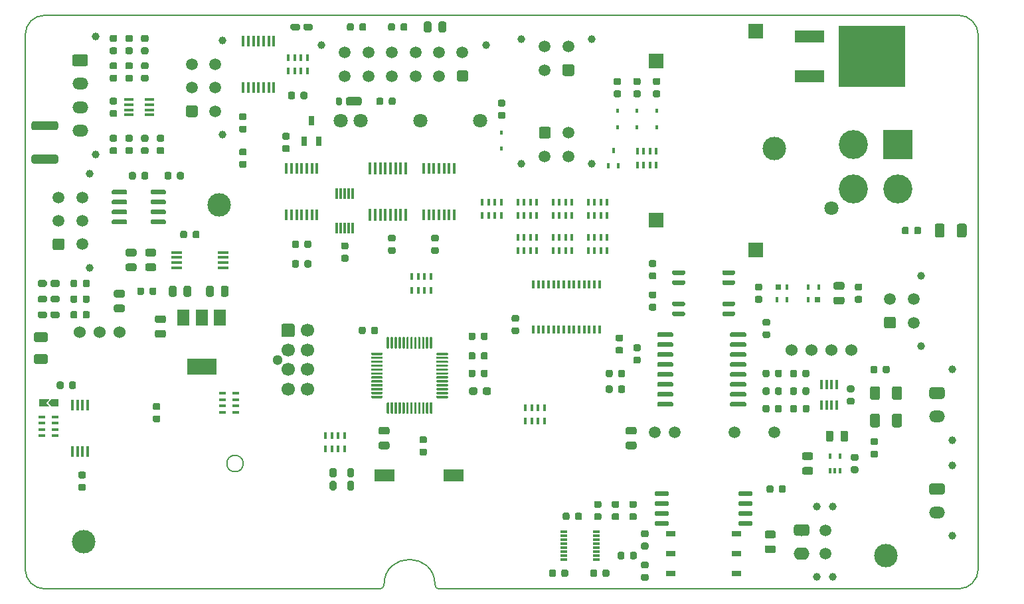
<source format=gts>
G04 #@! TF.GenerationSoftware,KiCad,Pcbnew,(5.1.6)-1*
G04 #@! TF.CreationDate,2020-09-13T17:37:44+02:00*
G04 #@! TF.ProjectId,MainBoard,4d61696e-426f-4617-9264-2e6b69636164,rev?*
G04 #@! TF.SameCoordinates,Original*
G04 #@! TF.FileFunction,Soldermask,Top*
G04 #@! TF.FilePolarity,Negative*
%FSLAX46Y46*%
G04 Gerber Fmt 4.6, Leading zero omitted, Abs format (unit mm)*
G04 Created by KiCad (PCBNEW (5.1.6)-1) date 2020-09-13 17:37:44*
%MOMM*%
%LPD*%
G01*
G04 APERTURE LIST*
G04 #@! TA.AperFunction,Profile*
%ADD10C,0.153000*%
G04 #@! TD*
G04 #@! TA.AperFunction,Profile*
%ADD11C,0.200000*%
G04 #@! TD*
%ADD12C,1.000000*%
%ADD13C,1.500000*%
%ADD14R,0.300000X1.400000*%
%ADD15R,0.450000X1.450000*%
%ADD16C,3.000000*%
%ADD17R,1.900000X1.900000*%
%ADD18R,1.220000X0.400000*%
%ADD19R,0.900000X0.300000*%
%ADD20O,2.000000X1.500000*%
%ADD21R,3.700000X3.700000*%
%ADD22C,3.700000*%
%ADD23C,1.800000*%
%ADD24R,3.810000X1.620000*%
%ADD25R,8.510000X7.870000*%
%ADD26R,1.300000X0.750000*%
%ADD27R,0.400000X1.220000*%
%ADD28R,0.400000X0.650000*%
%ADD29R,0.450000X0.600000*%
%ADD30R,0.450000X0.700000*%
%ADD31R,0.650000X1.220000*%
%ADD32R,2.600000X1.500000*%
%ADD33C,1.524000*%
%ADD34R,1.450000X0.450000*%
%ADD35R,1.500000X2.000000*%
%ADD36R,3.800000X2.000000*%
%ADD37R,0.450000X1.500000*%
%ADD38R,0.450000X0.900000*%
%ADD39R,0.900000X0.450000*%
%ADD40C,1.700000*%
%ADD41C,1.300000*%
%ADD42R,0.400000X1.100000*%
%ADD43C,0.153000*%
%ADD44R,0.400000X0.750000*%
%ADD45R,0.800000X0.750000*%
G04 APERTURE END LIST*
D10*
X51050000Y-94250000D02*
G75*
G03*
X51050000Y-94250000I-1050000J0D01*
G01*
D11*
X68500000Y-110250000D02*
X25750000Y-110250000D01*
X76000000Y-110250000D02*
G75*
G02*
X75500000Y-109750000I0J500000D01*
G01*
X69000000Y-109750000D02*
G75*
G02*
X68500000Y-110250000I-500000J0D01*
G01*
X69000000Y-109750000D02*
G75*
G02*
X75500000Y-109750000I3250000J0D01*
G01*
X23250000Y-39500000D02*
G75*
G02*
X25750000Y-37000000I2500000J0D01*
G01*
X25750000Y-110250000D02*
G75*
G02*
X23250000Y-107750000I0J2500000D01*
G01*
X23250000Y-107750000D02*
X23250000Y-39500000D01*
X142250000Y-37000000D02*
X25750000Y-37000000D01*
X142250000Y-110250000D02*
X76000000Y-110250000D01*
X142250000Y-37000000D02*
G75*
G02*
X144750000Y-39500000I0J-2500000D01*
G01*
X144750000Y-107750000D02*
G75*
G02*
X142250000Y-110250000I-2500000J0D01*
G01*
X144750000Y-39500000D02*
X144750000Y-107750000D01*
G36*
G01*
X68750000Y-85900000D02*
X67425000Y-85900000D01*
G75*
G02*
X67350000Y-85825000I0J75000D01*
G01*
X67350000Y-85675000D01*
G75*
G02*
X67425000Y-85600000I75000J0D01*
G01*
X68750000Y-85600000D01*
G75*
G02*
X68825000Y-85675000I0J-75000D01*
G01*
X68825000Y-85825000D01*
G75*
G02*
X68750000Y-85900000I-75000J0D01*
G01*
G37*
G36*
G01*
X68750000Y-85400000D02*
X67425000Y-85400000D01*
G75*
G02*
X67350000Y-85325000I0J75000D01*
G01*
X67350000Y-85175000D01*
G75*
G02*
X67425000Y-85100000I75000J0D01*
G01*
X68750000Y-85100000D01*
G75*
G02*
X68825000Y-85175000I0J-75000D01*
G01*
X68825000Y-85325000D01*
G75*
G02*
X68750000Y-85400000I-75000J0D01*
G01*
G37*
G36*
G01*
X68750000Y-84900000D02*
X67425000Y-84900000D01*
G75*
G02*
X67350000Y-84825000I0J75000D01*
G01*
X67350000Y-84675000D01*
G75*
G02*
X67425000Y-84600000I75000J0D01*
G01*
X68750000Y-84600000D01*
G75*
G02*
X68825000Y-84675000I0J-75000D01*
G01*
X68825000Y-84825000D01*
G75*
G02*
X68750000Y-84900000I-75000J0D01*
G01*
G37*
G36*
G01*
X68750000Y-84400000D02*
X67425000Y-84400000D01*
G75*
G02*
X67350000Y-84325000I0J75000D01*
G01*
X67350000Y-84175000D01*
G75*
G02*
X67425000Y-84100000I75000J0D01*
G01*
X68750000Y-84100000D01*
G75*
G02*
X68825000Y-84175000I0J-75000D01*
G01*
X68825000Y-84325000D01*
G75*
G02*
X68750000Y-84400000I-75000J0D01*
G01*
G37*
G36*
G01*
X68750000Y-83900000D02*
X67425000Y-83900000D01*
G75*
G02*
X67350000Y-83825000I0J75000D01*
G01*
X67350000Y-83675000D01*
G75*
G02*
X67425000Y-83600000I75000J0D01*
G01*
X68750000Y-83600000D01*
G75*
G02*
X68825000Y-83675000I0J-75000D01*
G01*
X68825000Y-83825000D01*
G75*
G02*
X68750000Y-83900000I-75000J0D01*
G01*
G37*
G36*
G01*
X68750000Y-83400000D02*
X67425000Y-83400000D01*
G75*
G02*
X67350000Y-83325000I0J75000D01*
G01*
X67350000Y-83175000D01*
G75*
G02*
X67425000Y-83100000I75000J0D01*
G01*
X68750000Y-83100000D01*
G75*
G02*
X68825000Y-83175000I0J-75000D01*
G01*
X68825000Y-83325000D01*
G75*
G02*
X68750000Y-83400000I-75000J0D01*
G01*
G37*
G36*
G01*
X68750000Y-82900000D02*
X67425000Y-82900000D01*
G75*
G02*
X67350000Y-82825000I0J75000D01*
G01*
X67350000Y-82675000D01*
G75*
G02*
X67425000Y-82600000I75000J0D01*
G01*
X68750000Y-82600000D01*
G75*
G02*
X68825000Y-82675000I0J-75000D01*
G01*
X68825000Y-82825000D01*
G75*
G02*
X68750000Y-82900000I-75000J0D01*
G01*
G37*
G36*
G01*
X68750000Y-82400000D02*
X67425000Y-82400000D01*
G75*
G02*
X67350000Y-82325000I0J75000D01*
G01*
X67350000Y-82175000D01*
G75*
G02*
X67425000Y-82100000I75000J0D01*
G01*
X68750000Y-82100000D01*
G75*
G02*
X68825000Y-82175000I0J-75000D01*
G01*
X68825000Y-82325000D01*
G75*
G02*
X68750000Y-82400000I-75000J0D01*
G01*
G37*
G36*
G01*
X68750000Y-81900000D02*
X67425000Y-81900000D01*
G75*
G02*
X67350000Y-81825000I0J75000D01*
G01*
X67350000Y-81675000D01*
G75*
G02*
X67425000Y-81600000I75000J0D01*
G01*
X68750000Y-81600000D01*
G75*
G02*
X68825000Y-81675000I0J-75000D01*
G01*
X68825000Y-81825000D01*
G75*
G02*
X68750000Y-81900000I-75000J0D01*
G01*
G37*
G36*
G01*
X68750000Y-81400000D02*
X67425000Y-81400000D01*
G75*
G02*
X67350000Y-81325000I0J75000D01*
G01*
X67350000Y-81175000D01*
G75*
G02*
X67425000Y-81100000I75000J0D01*
G01*
X68750000Y-81100000D01*
G75*
G02*
X68825000Y-81175000I0J-75000D01*
G01*
X68825000Y-81325000D01*
G75*
G02*
X68750000Y-81400000I-75000J0D01*
G01*
G37*
G36*
G01*
X68750000Y-80900000D02*
X67425000Y-80900000D01*
G75*
G02*
X67350000Y-80825000I0J75000D01*
G01*
X67350000Y-80675000D01*
G75*
G02*
X67425000Y-80600000I75000J0D01*
G01*
X68750000Y-80600000D01*
G75*
G02*
X68825000Y-80675000I0J-75000D01*
G01*
X68825000Y-80825000D01*
G75*
G02*
X68750000Y-80900000I-75000J0D01*
G01*
G37*
G36*
G01*
X68750000Y-80400000D02*
X67425000Y-80400000D01*
G75*
G02*
X67350000Y-80325000I0J75000D01*
G01*
X67350000Y-80175000D01*
G75*
G02*
X67425000Y-80100000I75000J0D01*
G01*
X68750000Y-80100000D01*
G75*
G02*
X68825000Y-80175000I0J-75000D01*
G01*
X68825000Y-80325000D01*
G75*
G02*
X68750000Y-80400000I-75000J0D01*
G01*
G37*
G36*
G01*
X69575000Y-79575000D02*
X69425000Y-79575000D01*
G75*
G02*
X69350000Y-79500000I0J75000D01*
G01*
X69350000Y-78175000D01*
G75*
G02*
X69425000Y-78100000I75000J0D01*
G01*
X69575000Y-78100000D01*
G75*
G02*
X69650000Y-78175000I0J-75000D01*
G01*
X69650000Y-79500000D01*
G75*
G02*
X69575000Y-79575000I-75000J0D01*
G01*
G37*
G36*
G01*
X70075000Y-79575000D02*
X69925000Y-79575000D01*
G75*
G02*
X69850000Y-79500000I0J75000D01*
G01*
X69850000Y-78175000D01*
G75*
G02*
X69925000Y-78100000I75000J0D01*
G01*
X70075000Y-78100000D01*
G75*
G02*
X70150000Y-78175000I0J-75000D01*
G01*
X70150000Y-79500000D01*
G75*
G02*
X70075000Y-79575000I-75000J0D01*
G01*
G37*
G36*
G01*
X70575000Y-79575000D02*
X70425000Y-79575000D01*
G75*
G02*
X70350000Y-79500000I0J75000D01*
G01*
X70350000Y-78175000D01*
G75*
G02*
X70425000Y-78100000I75000J0D01*
G01*
X70575000Y-78100000D01*
G75*
G02*
X70650000Y-78175000I0J-75000D01*
G01*
X70650000Y-79500000D01*
G75*
G02*
X70575000Y-79575000I-75000J0D01*
G01*
G37*
G36*
G01*
X71075000Y-79575000D02*
X70925000Y-79575000D01*
G75*
G02*
X70850000Y-79500000I0J75000D01*
G01*
X70850000Y-78175000D01*
G75*
G02*
X70925000Y-78100000I75000J0D01*
G01*
X71075000Y-78100000D01*
G75*
G02*
X71150000Y-78175000I0J-75000D01*
G01*
X71150000Y-79500000D01*
G75*
G02*
X71075000Y-79575000I-75000J0D01*
G01*
G37*
G36*
G01*
X71575000Y-79575000D02*
X71425000Y-79575000D01*
G75*
G02*
X71350000Y-79500000I0J75000D01*
G01*
X71350000Y-78175000D01*
G75*
G02*
X71425000Y-78100000I75000J0D01*
G01*
X71575000Y-78100000D01*
G75*
G02*
X71650000Y-78175000I0J-75000D01*
G01*
X71650000Y-79500000D01*
G75*
G02*
X71575000Y-79575000I-75000J0D01*
G01*
G37*
G36*
G01*
X72075000Y-79575000D02*
X71925000Y-79575000D01*
G75*
G02*
X71850000Y-79500000I0J75000D01*
G01*
X71850000Y-78175000D01*
G75*
G02*
X71925000Y-78100000I75000J0D01*
G01*
X72075000Y-78100000D01*
G75*
G02*
X72150000Y-78175000I0J-75000D01*
G01*
X72150000Y-79500000D01*
G75*
G02*
X72075000Y-79575000I-75000J0D01*
G01*
G37*
G36*
G01*
X72575000Y-79575000D02*
X72425000Y-79575000D01*
G75*
G02*
X72350000Y-79500000I0J75000D01*
G01*
X72350000Y-78175000D01*
G75*
G02*
X72425000Y-78100000I75000J0D01*
G01*
X72575000Y-78100000D01*
G75*
G02*
X72650000Y-78175000I0J-75000D01*
G01*
X72650000Y-79500000D01*
G75*
G02*
X72575000Y-79575000I-75000J0D01*
G01*
G37*
G36*
G01*
X73075000Y-79575000D02*
X72925000Y-79575000D01*
G75*
G02*
X72850000Y-79500000I0J75000D01*
G01*
X72850000Y-78175000D01*
G75*
G02*
X72925000Y-78100000I75000J0D01*
G01*
X73075000Y-78100000D01*
G75*
G02*
X73150000Y-78175000I0J-75000D01*
G01*
X73150000Y-79500000D01*
G75*
G02*
X73075000Y-79575000I-75000J0D01*
G01*
G37*
G36*
G01*
X73575000Y-79575000D02*
X73425000Y-79575000D01*
G75*
G02*
X73350000Y-79500000I0J75000D01*
G01*
X73350000Y-78175000D01*
G75*
G02*
X73425000Y-78100000I75000J0D01*
G01*
X73575000Y-78100000D01*
G75*
G02*
X73650000Y-78175000I0J-75000D01*
G01*
X73650000Y-79500000D01*
G75*
G02*
X73575000Y-79575000I-75000J0D01*
G01*
G37*
G36*
G01*
X74075000Y-79575000D02*
X73925000Y-79575000D01*
G75*
G02*
X73850000Y-79500000I0J75000D01*
G01*
X73850000Y-78175000D01*
G75*
G02*
X73925000Y-78100000I75000J0D01*
G01*
X74075000Y-78100000D01*
G75*
G02*
X74150000Y-78175000I0J-75000D01*
G01*
X74150000Y-79500000D01*
G75*
G02*
X74075000Y-79575000I-75000J0D01*
G01*
G37*
G36*
G01*
X74575000Y-79575000D02*
X74425000Y-79575000D01*
G75*
G02*
X74350000Y-79500000I0J75000D01*
G01*
X74350000Y-78175000D01*
G75*
G02*
X74425000Y-78100000I75000J0D01*
G01*
X74575000Y-78100000D01*
G75*
G02*
X74650000Y-78175000I0J-75000D01*
G01*
X74650000Y-79500000D01*
G75*
G02*
X74575000Y-79575000I-75000J0D01*
G01*
G37*
G36*
G01*
X75075000Y-79575000D02*
X74925000Y-79575000D01*
G75*
G02*
X74850000Y-79500000I0J75000D01*
G01*
X74850000Y-78175000D01*
G75*
G02*
X74925000Y-78100000I75000J0D01*
G01*
X75075000Y-78100000D01*
G75*
G02*
X75150000Y-78175000I0J-75000D01*
G01*
X75150000Y-79500000D01*
G75*
G02*
X75075000Y-79575000I-75000J0D01*
G01*
G37*
G36*
G01*
X77075000Y-80400000D02*
X75750000Y-80400000D01*
G75*
G02*
X75675000Y-80325000I0J75000D01*
G01*
X75675000Y-80175000D01*
G75*
G02*
X75750000Y-80100000I75000J0D01*
G01*
X77075000Y-80100000D01*
G75*
G02*
X77150000Y-80175000I0J-75000D01*
G01*
X77150000Y-80325000D01*
G75*
G02*
X77075000Y-80400000I-75000J0D01*
G01*
G37*
G36*
G01*
X77075000Y-80900000D02*
X75750000Y-80900000D01*
G75*
G02*
X75675000Y-80825000I0J75000D01*
G01*
X75675000Y-80675000D01*
G75*
G02*
X75750000Y-80600000I75000J0D01*
G01*
X77075000Y-80600000D01*
G75*
G02*
X77150000Y-80675000I0J-75000D01*
G01*
X77150000Y-80825000D01*
G75*
G02*
X77075000Y-80900000I-75000J0D01*
G01*
G37*
G36*
G01*
X77075000Y-81400000D02*
X75750000Y-81400000D01*
G75*
G02*
X75675000Y-81325000I0J75000D01*
G01*
X75675000Y-81175000D01*
G75*
G02*
X75750000Y-81100000I75000J0D01*
G01*
X77075000Y-81100000D01*
G75*
G02*
X77150000Y-81175000I0J-75000D01*
G01*
X77150000Y-81325000D01*
G75*
G02*
X77075000Y-81400000I-75000J0D01*
G01*
G37*
G36*
G01*
X77075000Y-81900000D02*
X75750000Y-81900000D01*
G75*
G02*
X75675000Y-81825000I0J75000D01*
G01*
X75675000Y-81675000D01*
G75*
G02*
X75750000Y-81600000I75000J0D01*
G01*
X77075000Y-81600000D01*
G75*
G02*
X77150000Y-81675000I0J-75000D01*
G01*
X77150000Y-81825000D01*
G75*
G02*
X77075000Y-81900000I-75000J0D01*
G01*
G37*
G36*
G01*
X77075000Y-82400000D02*
X75750000Y-82400000D01*
G75*
G02*
X75675000Y-82325000I0J75000D01*
G01*
X75675000Y-82175000D01*
G75*
G02*
X75750000Y-82100000I75000J0D01*
G01*
X77075000Y-82100000D01*
G75*
G02*
X77150000Y-82175000I0J-75000D01*
G01*
X77150000Y-82325000D01*
G75*
G02*
X77075000Y-82400000I-75000J0D01*
G01*
G37*
G36*
G01*
X77075000Y-82900000D02*
X75750000Y-82900000D01*
G75*
G02*
X75675000Y-82825000I0J75000D01*
G01*
X75675000Y-82675000D01*
G75*
G02*
X75750000Y-82600000I75000J0D01*
G01*
X77075000Y-82600000D01*
G75*
G02*
X77150000Y-82675000I0J-75000D01*
G01*
X77150000Y-82825000D01*
G75*
G02*
X77075000Y-82900000I-75000J0D01*
G01*
G37*
G36*
G01*
X77075000Y-83400000D02*
X75750000Y-83400000D01*
G75*
G02*
X75675000Y-83325000I0J75000D01*
G01*
X75675000Y-83175000D01*
G75*
G02*
X75750000Y-83100000I75000J0D01*
G01*
X77075000Y-83100000D01*
G75*
G02*
X77150000Y-83175000I0J-75000D01*
G01*
X77150000Y-83325000D01*
G75*
G02*
X77075000Y-83400000I-75000J0D01*
G01*
G37*
G36*
G01*
X77075000Y-83900000D02*
X75750000Y-83900000D01*
G75*
G02*
X75675000Y-83825000I0J75000D01*
G01*
X75675000Y-83675000D01*
G75*
G02*
X75750000Y-83600000I75000J0D01*
G01*
X77075000Y-83600000D01*
G75*
G02*
X77150000Y-83675000I0J-75000D01*
G01*
X77150000Y-83825000D01*
G75*
G02*
X77075000Y-83900000I-75000J0D01*
G01*
G37*
G36*
G01*
X77075000Y-84400000D02*
X75750000Y-84400000D01*
G75*
G02*
X75675000Y-84325000I0J75000D01*
G01*
X75675000Y-84175000D01*
G75*
G02*
X75750000Y-84100000I75000J0D01*
G01*
X77075000Y-84100000D01*
G75*
G02*
X77150000Y-84175000I0J-75000D01*
G01*
X77150000Y-84325000D01*
G75*
G02*
X77075000Y-84400000I-75000J0D01*
G01*
G37*
G36*
G01*
X77075000Y-84900000D02*
X75750000Y-84900000D01*
G75*
G02*
X75675000Y-84825000I0J75000D01*
G01*
X75675000Y-84675000D01*
G75*
G02*
X75750000Y-84600000I75000J0D01*
G01*
X77075000Y-84600000D01*
G75*
G02*
X77150000Y-84675000I0J-75000D01*
G01*
X77150000Y-84825000D01*
G75*
G02*
X77075000Y-84900000I-75000J0D01*
G01*
G37*
G36*
G01*
X77075000Y-85400000D02*
X75750000Y-85400000D01*
G75*
G02*
X75675000Y-85325000I0J75000D01*
G01*
X75675000Y-85175000D01*
G75*
G02*
X75750000Y-85100000I75000J0D01*
G01*
X77075000Y-85100000D01*
G75*
G02*
X77150000Y-85175000I0J-75000D01*
G01*
X77150000Y-85325000D01*
G75*
G02*
X77075000Y-85400000I-75000J0D01*
G01*
G37*
G36*
G01*
X77075000Y-85900000D02*
X75750000Y-85900000D01*
G75*
G02*
X75675000Y-85825000I0J75000D01*
G01*
X75675000Y-85675000D01*
G75*
G02*
X75750000Y-85600000I75000J0D01*
G01*
X77075000Y-85600000D01*
G75*
G02*
X77150000Y-85675000I0J-75000D01*
G01*
X77150000Y-85825000D01*
G75*
G02*
X77075000Y-85900000I-75000J0D01*
G01*
G37*
G36*
G01*
X75075000Y-87900000D02*
X74925000Y-87900000D01*
G75*
G02*
X74850000Y-87825000I0J75000D01*
G01*
X74850000Y-86500000D01*
G75*
G02*
X74925000Y-86425000I75000J0D01*
G01*
X75075000Y-86425000D01*
G75*
G02*
X75150000Y-86500000I0J-75000D01*
G01*
X75150000Y-87825000D01*
G75*
G02*
X75075000Y-87900000I-75000J0D01*
G01*
G37*
G36*
G01*
X74575000Y-87900000D02*
X74425000Y-87900000D01*
G75*
G02*
X74350000Y-87825000I0J75000D01*
G01*
X74350000Y-86500000D01*
G75*
G02*
X74425000Y-86425000I75000J0D01*
G01*
X74575000Y-86425000D01*
G75*
G02*
X74650000Y-86500000I0J-75000D01*
G01*
X74650000Y-87825000D01*
G75*
G02*
X74575000Y-87900000I-75000J0D01*
G01*
G37*
G36*
G01*
X74075000Y-87900000D02*
X73925000Y-87900000D01*
G75*
G02*
X73850000Y-87825000I0J75000D01*
G01*
X73850000Y-86500000D01*
G75*
G02*
X73925000Y-86425000I75000J0D01*
G01*
X74075000Y-86425000D01*
G75*
G02*
X74150000Y-86500000I0J-75000D01*
G01*
X74150000Y-87825000D01*
G75*
G02*
X74075000Y-87900000I-75000J0D01*
G01*
G37*
G36*
G01*
X73575000Y-87900000D02*
X73425000Y-87900000D01*
G75*
G02*
X73350000Y-87825000I0J75000D01*
G01*
X73350000Y-86500000D01*
G75*
G02*
X73425000Y-86425000I75000J0D01*
G01*
X73575000Y-86425000D01*
G75*
G02*
X73650000Y-86500000I0J-75000D01*
G01*
X73650000Y-87825000D01*
G75*
G02*
X73575000Y-87900000I-75000J0D01*
G01*
G37*
G36*
G01*
X73075000Y-87900000D02*
X72925000Y-87900000D01*
G75*
G02*
X72850000Y-87825000I0J75000D01*
G01*
X72850000Y-86500000D01*
G75*
G02*
X72925000Y-86425000I75000J0D01*
G01*
X73075000Y-86425000D01*
G75*
G02*
X73150000Y-86500000I0J-75000D01*
G01*
X73150000Y-87825000D01*
G75*
G02*
X73075000Y-87900000I-75000J0D01*
G01*
G37*
G36*
G01*
X72575000Y-87900000D02*
X72425000Y-87900000D01*
G75*
G02*
X72350000Y-87825000I0J75000D01*
G01*
X72350000Y-86500000D01*
G75*
G02*
X72425000Y-86425000I75000J0D01*
G01*
X72575000Y-86425000D01*
G75*
G02*
X72650000Y-86500000I0J-75000D01*
G01*
X72650000Y-87825000D01*
G75*
G02*
X72575000Y-87900000I-75000J0D01*
G01*
G37*
G36*
G01*
X72075000Y-87900000D02*
X71925000Y-87900000D01*
G75*
G02*
X71850000Y-87825000I0J75000D01*
G01*
X71850000Y-86500000D01*
G75*
G02*
X71925000Y-86425000I75000J0D01*
G01*
X72075000Y-86425000D01*
G75*
G02*
X72150000Y-86500000I0J-75000D01*
G01*
X72150000Y-87825000D01*
G75*
G02*
X72075000Y-87900000I-75000J0D01*
G01*
G37*
G36*
G01*
X71575000Y-87900000D02*
X71425000Y-87900000D01*
G75*
G02*
X71350000Y-87825000I0J75000D01*
G01*
X71350000Y-86500000D01*
G75*
G02*
X71425000Y-86425000I75000J0D01*
G01*
X71575000Y-86425000D01*
G75*
G02*
X71650000Y-86500000I0J-75000D01*
G01*
X71650000Y-87825000D01*
G75*
G02*
X71575000Y-87900000I-75000J0D01*
G01*
G37*
G36*
G01*
X71075000Y-87900000D02*
X70925000Y-87900000D01*
G75*
G02*
X70850000Y-87825000I0J75000D01*
G01*
X70850000Y-86500000D01*
G75*
G02*
X70925000Y-86425000I75000J0D01*
G01*
X71075000Y-86425000D01*
G75*
G02*
X71150000Y-86500000I0J-75000D01*
G01*
X71150000Y-87825000D01*
G75*
G02*
X71075000Y-87900000I-75000J0D01*
G01*
G37*
G36*
G01*
X70575000Y-87900000D02*
X70425000Y-87900000D01*
G75*
G02*
X70350000Y-87825000I0J75000D01*
G01*
X70350000Y-86500000D01*
G75*
G02*
X70425000Y-86425000I75000J0D01*
G01*
X70575000Y-86425000D01*
G75*
G02*
X70650000Y-86500000I0J-75000D01*
G01*
X70650000Y-87825000D01*
G75*
G02*
X70575000Y-87900000I-75000J0D01*
G01*
G37*
G36*
G01*
X70075000Y-87900000D02*
X69925000Y-87900000D01*
G75*
G02*
X69850000Y-87825000I0J75000D01*
G01*
X69850000Y-86500000D01*
G75*
G02*
X69925000Y-86425000I75000J0D01*
G01*
X70075000Y-86425000D01*
G75*
G02*
X70150000Y-86500000I0J-75000D01*
G01*
X70150000Y-87825000D01*
G75*
G02*
X70075000Y-87900000I-75000J0D01*
G01*
G37*
G36*
G01*
X69575000Y-87900000D02*
X69425000Y-87900000D01*
G75*
G02*
X69350000Y-87825000I0J75000D01*
G01*
X69350000Y-86500000D01*
G75*
G02*
X69425000Y-86425000I75000J0D01*
G01*
X69575000Y-86425000D01*
G75*
G02*
X69650000Y-86500000I0J-75000D01*
G01*
X69650000Y-87825000D01*
G75*
G02*
X69575000Y-87900000I-75000J0D01*
G01*
G37*
D12*
X137440000Y-79250000D03*
X137440000Y-70250000D03*
G36*
G01*
X134000000Y-77000000D02*
X133000000Y-77000000D01*
G75*
G02*
X132750000Y-76750000I0J250000D01*
G01*
X132750000Y-75750000D01*
G75*
G02*
X133000000Y-75500000I250000J0D01*
G01*
X134000000Y-75500000D01*
G75*
G02*
X134250000Y-75750000I0J-250000D01*
G01*
X134250000Y-76750000D01*
G75*
G02*
X134000000Y-77000000I-250000J0D01*
G01*
G37*
D13*
X133500000Y-73250000D03*
X136500000Y-76250000D03*
X136500000Y-73250000D03*
D14*
X63000000Y-59800000D03*
X63500000Y-59800000D03*
X64000000Y-59800000D03*
X64500000Y-59800000D03*
X65000000Y-59800000D03*
X65000000Y-64200000D03*
X64500000Y-64200000D03*
X64000000Y-64200000D03*
X63500000Y-64200000D03*
X63000000Y-64200000D03*
D15*
X54950000Y-46200000D03*
X54300000Y-46200000D03*
X53650000Y-46200000D03*
X53000000Y-46200000D03*
X52350000Y-46200000D03*
X51700000Y-46200000D03*
X51050000Y-46200000D03*
X51050000Y-40300000D03*
X51700000Y-40300000D03*
X52350000Y-40300000D03*
X53000000Y-40300000D03*
X53650000Y-40300000D03*
X54300000Y-40300000D03*
X54950000Y-40300000D03*
G36*
G01*
X118150000Y-82493750D02*
X118150000Y-83006250D01*
G75*
G02*
X117931250Y-83225000I-218750J0D01*
G01*
X117493750Y-83225000D01*
G75*
G02*
X117275000Y-83006250I0J218750D01*
G01*
X117275000Y-82493750D01*
G75*
G02*
X117493750Y-82275000I218750J0D01*
G01*
X117931250Y-82275000D01*
G75*
G02*
X118150000Y-82493750I0J-218750D01*
G01*
G37*
G36*
G01*
X119725000Y-82493750D02*
X119725000Y-83006250D01*
G75*
G02*
X119506250Y-83225000I-218750J0D01*
G01*
X119068750Y-83225000D01*
G75*
G02*
X118850000Y-83006250I0J218750D01*
G01*
X118850000Y-82493750D01*
G75*
G02*
X119068750Y-82275000I218750J0D01*
G01*
X119506250Y-82275000D01*
G75*
G02*
X119725000Y-82493750I0J-218750D01*
G01*
G37*
D16*
X133000000Y-106000000D03*
G36*
G01*
X38400000Y-71993750D02*
X38400000Y-72506250D01*
G75*
G02*
X38181250Y-72725000I-218750J0D01*
G01*
X37743750Y-72725000D01*
G75*
G02*
X37525000Y-72506250I0J218750D01*
G01*
X37525000Y-71993750D01*
G75*
G02*
X37743750Y-71775000I218750J0D01*
G01*
X38181250Y-71775000D01*
G75*
G02*
X38400000Y-71993750I0J-218750D01*
G01*
G37*
G36*
G01*
X39975000Y-71993750D02*
X39975000Y-72506250D01*
G75*
G02*
X39756250Y-72725000I-218750J0D01*
G01*
X39318750Y-72725000D01*
G75*
G02*
X39100000Y-72506250I0J218750D01*
G01*
X39100000Y-71993750D01*
G75*
G02*
X39318750Y-71775000I218750J0D01*
G01*
X39756250Y-71775000D01*
G75*
G02*
X39975000Y-71993750I0J-218750D01*
G01*
G37*
D15*
X74050000Y-56550000D03*
X74700000Y-56550000D03*
X75350000Y-56550000D03*
X76000000Y-56550000D03*
X76650000Y-56550000D03*
X77300000Y-56550000D03*
X77950000Y-56550000D03*
X77950000Y-62450000D03*
X77300000Y-62450000D03*
X76650000Y-62450000D03*
X76000000Y-62450000D03*
X75350000Y-62450000D03*
X74700000Y-62450000D03*
X74050000Y-62450000D03*
D17*
X116350000Y-39030000D03*
X116350000Y-66970000D03*
X103650000Y-42850000D03*
X103650000Y-63150000D03*
D16*
X30750000Y-104250000D03*
G36*
G01*
X101993750Y-104350000D02*
X102506250Y-104350000D01*
G75*
G02*
X102725000Y-104568750I0J-218750D01*
G01*
X102725000Y-105006250D01*
G75*
G02*
X102506250Y-105225000I-218750J0D01*
G01*
X101993750Y-105225000D01*
G75*
G02*
X101775000Y-105006250I0J218750D01*
G01*
X101775000Y-104568750D01*
G75*
G02*
X101993750Y-104350000I218750J0D01*
G01*
G37*
G36*
G01*
X101993750Y-102775000D02*
X102506250Y-102775000D01*
G75*
G02*
X102725000Y-102993750I0J-218750D01*
G01*
X102725000Y-103431250D01*
G75*
G02*
X102506250Y-103650000I-218750J0D01*
G01*
X101993750Y-103650000D01*
G75*
G02*
X101775000Y-103431250I0J218750D01*
G01*
X101775000Y-102993750D01*
G75*
G02*
X101993750Y-102775000I218750J0D01*
G01*
G37*
G36*
G01*
X34756250Y-53150000D02*
X34243750Y-53150000D01*
G75*
G02*
X34025000Y-52931250I0J218750D01*
G01*
X34025000Y-52493750D01*
G75*
G02*
X34243750Y-52275000I218750J0D01*
G01*
X34756250Y-52275000D01*
G75*
G02*
X34975000Y-52493750I0J-218750D01*
G01*
X34975000Y-52931250D01*
G75*
G02*
X34756250Y-53150000I-218750J0D01*
G01*
G37*
G36*
G01*
X34756250Y-54725000D02*
X34243750Y-54725000D01*
G75*
G02*
X34025000Y-54506250I0J218750D01*
G01*
X34025000Y-54068750D01*
G75*
G02*
X34243750Y-53850000I218750J0D01*
G01*
X34756250Y-53850000D01*
G75*
G02*
X34975000Y-54068750I0J-218750D01*
G01*
X34975000Y-54506250D01*
G75*
G02*
X34756250Y-54725000I-218750J0D01*
G01*
G37*
G36*
G01*
X36756250Y-53150000D02*
X36243750Y-53150000D01*
G75*
G02*
X36025000Y-52931250I0J218750D01*
G01*
X36025000Y-52493750D01*
G75*
G02*
X36243750Y-52275000I218750J0D01*
G01*
X36756250Y-52275000D01*
G75*
G02*
X36975000Y-52493750I0J-218750D01*
G01*
X36975000Y-52931250D01*
G75*
G02*
X36756250Y-53150000I-218750J0D01*
G01*
G37*
G36*
G01*
X36756250Y-54725000D02*
X36243750Y-54725000D01*
G75*
G02*
X36025000Y-54506250I0J218750D01*
G01*
X36025000Y-54068750D01*
G75*
G02*
X36243750Y-53850000I218750J0D01*
G01*
X36756250Y-53850000D01*
G75*
G02*
X36975000Y-54068750I0J-218750D01*
G01*
X36975000Y-54506250D01*
G75*
G02*
X36756250Y-54725000I-218750J0D01*
G01*
G37*
G36*
G01*
X40756250Y-53150000D02*
X40243750Y-53150000D01*
G75*
G02*
X40025000Y-52931250I0J218750D01*
G01*
X40025000Y-52493750D01*
G75*
G02*
X40243750Y-52275000I218750J0D01*
G01*
X40756250Y-52275000D01*
G75*
G02*
X40975000Y-52493750I0J-218750D01*
G01*
X40975000Y-52931250D01*
G75*
G02*
X40756250Y-53150000I-218750J0D01*
G01*
G37*
G36*
G01*
X40756250Y-54725000D02*
X40243750Y-54725000D01*
G75*
G02*
X40025000Y-54506250I0J218750D01*
G01*
X40025000Y-54068750D01*
G75*
G02*
X40243750Y-53850000I218750J0D01*
G01*
X40756250Y-53850000D01*
G75*
G02*
X40975000Y-54068750I0J-218750D01*
G01*
X40975000Y-54506250D01*
G75*
G02*
X40756250Y-54725000I-218750J0D01*
G01*
G37*
G36*
G01*
X36243750Y-41100000D02*
X36756250Y-41100000D01*
G75*
G02*
X36975000Y-41318750I0J-218750D01*
G01*
X36975000Y-41756250D01*
G75*
G02*
X36756250Y-41975000I-218750J0D01*
G01*
X36243750Y-41975000D01*
G75*
G02*
X36025000Y-41756250I0J218750D01*
G01*
X36025000Y-41318750D01*
G75*
G02*
X36243750Y-41100000I218750J0D01*
G01*
G37*
G36*
G01*
X36243750Y-39525000D02*
X36756250Y-39525000D01*
G75*
G02*
X36975000Y-39743750I0J-218750D01*
G01*
X36975000Y-40181250D01*
G75*
G02*
X36756250Y-40400000I-218750J0D01*
G01*
X36243750Y-40400000D01*
G75*
G02*
X36025000Y-40181250I0J218750D01*
G01*
X36025000Y-39743750D01*
G75*
G02*
X36243750Y-39525000I218750J0D01*
G01*
G37*
G36*
G01*
X36756250Y-43900000D02*
X36243750Y-43900000D01*
G75*
G02*
X36025000Y-43681250I0J218750D01*
G01*
X36025000Y-43243750D01*
G75*
G02*
X36243750Y-43025000I218750J0D01*
G01*
X36756250Y-43025000D01*
G75*
G02*
X36975000Y-43243750I0J-218750D01*
G01*
X36975000Y-43681250D01*
G75*
G02*
X36756250Y-43900000I-218750J0D01*
G01*
G37*
G36*
G01*
X36756250Y-45475000D02*
X36243750Y-45475000D01*
G75*
G02*
X36025000Y-45256250I0J218750D01*
G01*
X36025000Y-44818750D01*
G75*
G02*
X36243750Y-44600000I218750J0D01*
G01*
X36756250Y-44600000D01*
G75*
G02*
X36975000Y-44818750I0J-218750D01*
G01*
X36975000Y-45256250D01*
G75*
G02*
X36756250Y-45475000I-218750J0D01*
G01*
G37*
D18*
X36440000Y-49720000D03*
X36440000Y-49080000D03*
X36440000Y-48420000D03*
X36440000Y-47780000D03*
X39060000Y-47780000D03*
X39060000Y-48420000D03*
X39060000Y-49080000D03*
X39060000Y-49720000D03*
D19*
X91900000Y-106500000D03*
X96100000Y-106500000D03*
X91900000Y-106000000D03*
X96100000Y-106000000D03*
X91900000Y-105500000D03*
X96100000Y-105500000D03*
X91900000Y-105000000D03*
X96100000Y-105000000D03*
X91900000Y-104500000D03*
X96100000Y-104500000D03*
X91900000Y-104000000D03*
X96100000Y-104000000D03*
X91900000Y-103500000D03*
X96100000Y-103500000D03*
X91900000Y-103000000D03*
X96100000Y-103000000D03*
G36*
G01*
X95993750Y-100600000D02*
X96506250Y-100600000D01*
G75*
G02*
X96725000Y-100818750I0J-218750D01*
G01*
X96725000Y-101256250D01*
G75*
G02*
X96506250Y-101475000I-218750J0D01*
G01*
X95993750Y-101475000D01*
G75*
G02*
X95775000Y-101256250I0J218750D01*
G01*
X95775000Y-100818750D01*
G75*
G02*
X95993750Y-100600000I218750J0D01*
G01*
G37*
G36*
G01*
X95993750Y-99025000D02*
X96506250Y-99025000D01*
G75*
G02*
X96725000Y-99243750I0J-218750D01*
G01*
X96725000Y-99681250D01*
G75*
G02*
X96506250Y-99900000I-218750J0D01*
G01*
X95993750Y-99900000D01*
G75*
G02*
X95775000Y-99681250I0J218750D01*
G01*
X95775000Y-99243750D01*
G75*
G02*
X95993750Y-99025000I218750J0D01*
G01*
G37*
G36*
G01*
X38756250Y-43900000D02*
X38243750Y-43900000D01*
G75*
G02*
X38025000Y-43681250I0J218750D01*
G01*
X38025000Y-43243750D01*
G75*
G02*
X38243750Y-43025000I218750J0D01*
G01*
X38756250Y-43025000D01*
G75*
G02*
X38975000Y-43243750I0J-218750D01*
G01*
X38975000Y-43681250D01*
G75*
G02*
X38756250Y-43900000I-218750J0D01*
G01*
G37*
G36*
G01*
X38756250Y-45475000D02*
X38243750Y-45475000D01*
G75*
G02*
X38025000Y-45256250I0J218750D01*
G01*
X38025000Y-44818750D01*
G75*
G02*
X38243750Y-44600000I218750J0D01*
G01*
X38756250Y-44600000D01*
G75*
G02*
X38975000Y-44818750I0J-218750D01*
G01*
X38975000Y-45256250D01*
G75*
G02*
X38756250Y-45475000I-218750J0D01*
G01*
G37*
G36*
G01*
X129756250Y-72150000D02*
X129243750Y-72150000D01*
G75*
G02*
X129025000Y-71931250I0J218750D01*
G01*
X129025000Y-71493750D01*
G75*
G02*
X129243750Y-71275000I218750J0D01*
G01*
X129756250Y-71275000D01*
G75*
G02*
X129975000Y-71493750I0J-218750D01*
G01*
X129975000Y-71931250D01*
G75*
G02*
X129756250Y-72150000I-218750J0D01*
G01*
G37*
G36*
G01*
X129756250Y-73725000D02*
X129243750Y-73725000D01*
G75*
G02*
X129025000Y-73506250I0J218750D01*
G01*
X129025000Y-73068750D01*
G75*
G02*
X129243750Y-72850000I218750J0D01*
G01*
X129756250Y-72850000D01*
G75*
G02*
X129975000Y-73068750I0J-218750D01*
G01*
X129975000Y-73506250D01*
G75*
G02*
X129756250Y-73725000I-218750J0D01*
G01*
G37*
G36*
G01*
X34756250Y-43900000D02*
X34243750Y-43900000D01*
G75*
G02*
X34025000Y-43681250I0J218750D01*
G01*
X34025000Y-43243750D01*
G75*
G02*
X34243750Y-43025000I218750J0D01*
G01*
X34756250Y-43025000D01*
G75*
G02*
X34975000Y-43243750I0J-218750D01*
G01*
X34975000Y-43681250D01*
G75*
G02*
X34756250Y-43900000I-218750J0D01*
G01*
G37*
G36*
G01*
X34756250Y-45475000D02*
X34243750Y-45475000D01*
G75*
G02*
X34025000Y-45256250I0J218750D01*
G01*
X34025000Y-44818750D01*
G75*
G02*
X34243750Y-44600000I218750J0D01*
G01*
X34756250Y-44600000D01*
G75*
G02*
X34975000Y-44818750I0J-218750D01*
G01*
X34975000Y-45256250D01*
G75*
G02*
X34756250Y-45475000I-218750J0D01*
G01*
G37*
G36*
G01*
X38243750Y-41100000D02*
X38756250Y-41100000D01*
G75*
G02*
X38975000Y-41318750I0J-218750D01*
G01*
X38975000Y-41756250D01*
G75*
G02*
X38756250Y-41975000I-218750J0D01*
G01*
X38243750Y-41975000D01*
G75*
G02*
X38025000Y-41756250I0J218750D01*
G01*
X38025000Y-41318750D01*
G75*
G02*
X38243750Y-41100000I218750J0D01*
G01*
G37*
G36*
G01*
X38243750Y-39525000D02*
X38756250Y-39525000D01*
G75*
G02*
X38975000Y-39743750I0J-218750D01*
G01*
X38975000Y-40181250D01*
G75*
G02*
X38756250Y-40400000I-218750J0D01*
G01*
X38243750Y-40400000D01*
G75*
G02*
X38025000Y-40181250I0J218750D01*
G01*
X38025000Y-39743750D01*
G75*
G02*
X38243750Y-39525000I218750J0D01*
G01*
G37*
G36*
G01*
X41900000Y-57243750D02*
X41900000Y-57756250D01*
G75*
G02*
X41681250Y-57975000I-218750J0D01*
G01*
X41243750Y-57975000D01*
G75*
G02*
X41025000Y-57756250I0J218750D01*
G01*
X41025000Y-57243750D01*
G75*
G02*
X41243750Y-57025000I218750J0D01*
G01*
X41681250Y-57025000D01*
G75*
G02*
X41900000Y-57243750I0J-218750D01*
G01*
G37*
G36*
G01*
X43475000Y-57243750D02*
X43475000Y-57756250D01*
G75*
G02*
X43256250Y-57975000I-218750J0D01*
G01*
X42818750Y-57975000D01*
G75*
G02*
X42600000Y-57756250I0J218750D01*
G01*
X42600000Y-57243750D01*
G75*
G02*
X42818750Y-57025000I218750J0D01*
G01*
X43256250Y-57025000D01*
G75*
G02*
X43475000Y-57243750I0J-218750D01*
G01*
G37*
G36*
G01*
X81350000Y-78256250D02*
X81350000Y-77743750D01*
G75*
G02*
X81568750Y-77525000I218750J0D01*
G01*
X82006250Y-77525000D01*
G75*
G02*
X82225000Y-77743750I0J-218750D01*
G01*
X82225000Y-78256250D01*
G75*
G02*
X82006250Y-78475000I-218750J0D01*
G01*
X81568750Y-78475000D01*
G75*
G02*
X81350000Y-78256250I0J218750D01*
G01*
G37*
G36*
G01*
X79775000Y-78256250D02*
X79775000Y-77743750D01*
G75*
G02*
X79993750Y-77525000I218750J0D01*
G01*
X80431250Y-77525000D01*
G75*
G02*
X80650000Y-77743750I0J-218750D01*
G01*
X80650000Y-78256250D01*
G75*
G02*
X80431250Y-78475000I-218750J0D01*
G01*
X79993750Y-78475000D01*
G75*
G02*
X79775000Y-78256250I0J218750D01*
G01*
G37*
G36*
G01*
X100350000Y-106256250D02*
X100350000Y-105743750D01*
G75*
G02*
X100568750Y-105525000I218750J0D01*
G01*
X101006250Y-105525000D01*
G75*
G02*
X101225000Y-105743750I0J-218750D01*
G01*
X101225000Y-106256250D01*
G75*
G02*
X101006250Y-106475000I-218750J0D01*
G01*
X100568750Y-106475000D01*
G75*
G02*
X100350000Y-106256250I0J218750D01*
G01*
G37*
G36*
G01*
X98775000Y-106256250D02*
X98775000Y-105743750D01*
G75*
G02*
X98993750Y-105525000I218750J0D01*
G01*
X99431250Y-105525000D01*
G75*
G02*
X99650000Y-105743750I0J-218750D01*
G01*
X99650000Y-106256250D01*
G75*
G02*
X99431250Y-106475000I-218750J0D01*
G01*
X98993750Y-106475000D01*
G75*
G02*
X98775000Y-106256250I0J218750D01*
G01*
G37*
D16*
X118750000Y-54000000D03*
X48000000Y-61250000D03*
G36*
G01*
X135900000Y-64243750D02*
X135900000Y-64756250D01*
G75*
G02*
X135681250Y-64975000I-218750J0D01*
G01*
X135243750Y-64975000D01*
G75*
G02*
X135025000Y-64756250I0J218750D01*
G01*
X135025000Y-64243750D01*
G75*
G02*
X135243750Y-64025000I218750J0D01*
G01*
X135681250Y-64025000D01*
G75*
G02*
X135900000Y-64243750I0J-218750D01*
G01*
G37*
G36*
G01*
X137475000Y-64243750D02*
X137475000Y-64756250D01*
G75*
G02*
X137256250Y-64975000I-218750J0D01*
G01*
X136818750Y-64975000D01*
G75*
G02*
X136600000Y-64756250I0J218750D01*
G01*
X136600000Y-64243750D01*
G75*
G02*
X136818750Y-64025000I218750J0D01*
G01*
X137256250Y-64025000D01*
G75*
G02*
X137475000Y-64243750I0J-218750D01*
G01*
G37*
G36*
G01*
X132600000Y-82506250D02*
X132600000Y-81993750D01*
G75*
G02*
X132818750Y-81775000I218750J0D01*
G01*
X133256250Y-81775000D01*
G75*
G02*
X133475000Y-81993750I0J-218750D01*
G01*
X133475000Y-82506250D01*
G75*
G02*
X133256250Y-82725000I-218750J0D01*
G01*
X132818750Y-82725000D01*
G75*
G02*
X132600000Y-82506250I0J218750D01*
G01*
G37*
G36*
G01*
X131025000Y-82506250D02*
X131025000Y-81993750D01*
G75*
G02*
X131243750Y-81775000I218750J0D01*
G01*
X131681250Y-81775000D01*
G75*
G02*
X131900000Y-81993750I0J-218750D01*
G01*
X131900000Y-82506250D01*
G75*
G02*
X131681250Y-82725000I-218750J0D01*
G01*
X131243750Y-82725000D01*
G75*
G02*
X131025000Y-82506250I0J218750D01*
G01*
G37*
G36*
G01*
X131243750Y-92600000D02*
X131756250Y-92600000D01*
G75*
G02*
X131975000Y-92818750I0J-218750D01*
G01*
X131975000Y-93256250D01*
G75*
G02*
X131756250Y-93475000I-218750J0D01*
G01*
X131243750Y-93475000D01*
G75*
G02*
X131025000Y-93256250I0J218750D01*
G01*
X131025000Y-92818750D01*
G75*
G02*
X131243750Y-92600000I218750J0D01*
G01*
G37*
G36*
G01*
X131243750Y-91025000D02*
X131756250Y-91025000D01*
G75*
G02*
X131975000Y-91243750I0J-218750D01*
G01*
X131975000Y-91681250D01*
G75*
G02*
X131756250Y-91900000I-218750J0D01*
G01*
X131243750Y-91900000D01*
G75*
G02*
X131025000Y-91681250I0J218750D01*
G01*
X131025000Y-91243750D01*
G75*
G02*
X131243750Y-91025000I218750J0D01*
G01*
G37*
G36*
G01*
X128756250Y-85150000D02*
X128243750Y-85150000D01*
G75*
G02*
X128025000Y-84931250I0J218750D01*
G01*
X128025000Y-84493750D01*
G75*
G02*
X128243750Y-84275000I218750J0D01*
G01*
X128756250Y-84275000D01*
G75*
G02*
X128975000Y-84493750I0J-218750D01*
G01*
X128975000Y-84931250D01*
G75*
G02*
X128756250Y-85150000I-218750J0D01*
G01*
G37*
G36*
G01*
X128756250Y-86725000D02*
X128243750Y-86725000D01*
G75*
G02*
X128025000Y-86506250I0J218750D01*
G01*
X128025000Y-86068750D01*
G75*
G02*
X128243750Y-85850000I218750J0D01*
G01*
X128756250Y-85850000D01*
G75*
G02*
X128975000Y-86068750I0J-218750D01*
G01*
X128975000Y-86506250D01*
G75*
G02*
X128756250Y-86725000I-218750J0D01*
G01*
G37*
G36*
G01*
X34243750Y-41100000D02*
X34756250Y-41100000D01*
G75*
G02*
X34975000Y-41318750I0J-218750D01*
G01*
X34975000Y-41756250D01*
G75*
G02*
X34756250Y-41975000I-218750J0D01*
G01*
X34243750Y-41975000D01*
G75*
G02*
X34025000Y-41756250I0J218750D01*
G01*
X34025000Y-41318750D01*
G75*
G02*
X34243750Y-41100000I218750J0D01*
G01*
G37*
G36*
G01*
X34243750Y-39525000D02*
X34756250Y-39525000D01*
G75*
G02*
X34975000Y-39743750I0J-218750D01*
G01*
X34975000Y-40181250D01*
G75*
G02*
X34756250Y-40400000I-218750J0D01*
G01*
X34243750Y-40400000D01*
G75*
G02*
X34025000Y-40181250I0J218750D01*
G01*
X34025000Y-39743750D01*
G75*
G02*
X34243750Y-39525000I218750J0D01*
G01*
G37*
G36*
G01*
X123456250Y-93800000D02*
X122543750Y-93800000D01*
G75*
G02*
X122300000Y-93556250I0J243750D01*
G01*
X122300000Y-93068750D01*
G75*
G02*
X122543750Y-92825000I243750J0D01*
G01*
X123456250Y-92825000D01*
G75*
G02*
X123700000Y-93068750I0J-243750D01*
G01*
X123700000Y-93556250D01*
G75*
G02*
X123456250Y-93800000I-243750J0D01*
G01*
G37*
G36*
G01*
X123456250Y-95675000D02*
X122543750Y-95675000D01*
G75*
G02*
X122300000Y-95431250I0J243750D01*
G01*
X122300000Y-94943750D01*
G75*
G02*
X122543750Y-94700000I243750J0D01*
G01*
X123456250Y-94700000D01*
G75*
G02*
X123700000Y-94943750I0J-243750D01*
G01*
X123700000Y-95431250D01*
G75*
G02*
X123456250Y-95675000I-243750J0D01*
G01*
G37*
D12*
X32210000Y-39750000D03*
X32210000Y-54750000D03*
G36*
G01*
X29500000Y-42000000D02*
X31000000Y-42000000D01*
G75*
G02*
X31250000Y-42250000I0J-250000D01*
G01*
X31250000Y-43250000D01*
G75*
G02*
X31000000Y-43500000I-250000J0D01*
G01*
X29500000Y-43500000D01*
G75*
G02*
X29250000Y-43250000I0J250000D01*
G01*
X29250000Y-42250000D01*
G75*
G02*
X29500000Y-42000000I250000J0D01*
G01*
G37*
D20*
X30250000Y-45750000D03*
X30250000Y-48750000D03*
X30250000Y-51750000D03*
D12*
X124210000Y-99750000D03*
X124210000Y-108750000D03*
G36*
G01*
X121625000Y-102000000D02*
X122875000Y-102000000D01*
G75*
G02*
X123250000Y-102375000I0J-375000D01*
G01*
X123250000Y-103125000D01*
G75*
G02*
X122875000Y-103500000I-375000J0D01*
G01*
X121625000Y-103500000D01*
G75*
G02*
X121250000Y-103125000I0J375000D01*
G01*
X121250000Y-102375000D01*
G75*
G02*
X121625000Y-102000000I375000J0D01*
G01*
G37*
D20*
X122250000Y-105750000D03*
D21*
X134500000Y-53500000D03*
D22*
X134500000Y-59200000D03*
X128800000Y-53500000D03*
X128800000Y-59200000D03*
D23*
X126030000Y-61680000D03*
D12*
X141460000Y-94500000D03*
X141460000Y-103500000D03*
G36*
G01*
X138875000Y-96750000D02*
X140125000Y-96750000D01*
G75*
G02*
X140500000Y-97125000I0J-375000D01*
G01*
X140500000Y-97875000D01*
G75*
G02*
X140125000Y-98250000I-375000J0D01*
G01*
X138875000Y-98250000D01*
G75*
G02*
X138500000Y-97875000I0J375000D01*
G01*
X138500000Y-97125000D01*
G75*
G02*
X138875000Y-96750000I375000J0D01*
G01*
G37*
D20*
X139500000Y-100500000D03*
D12*
X141460000Y-82250000D03*
X141460000Y-91250000D03*
G36*
G01*
X138875000Y-84500000D02*
X140125000Y-84500000D01*
G75*
G02*
X140500000Y-84875000I0J-375000D01*
G01*
X140500000Y-85625000D01*
G75*
G02*
X140125000Y-86000000I-375000J0D01*
G01*
X138875000Y-86000000D01*
G75*
G02*
X138500000Y-85625000I0J375000D01*
G01*
X138500000Y-84875000D01*
G75*
G02*
X138875000Y-84500000I375000J0D01*
G01*
G37*
D20*
X139500000Y-88250000D03*
G36*
G01*
X38756250Y-53150000D02*
X38243750Y-53150000D01*
G75*
G02*
X38025000Y-52931250I0J218750D01*
G01*
X38025000Y-52493750D01*
G75*
G02*
X38243750Y-52275000I218750J0D01*
G01*
X38756250Y-52275000D01*
G75*
G02*
X38975000Y-52493750I0J-218750D01*
G01*
X38975000Y-52931250D01*
G75*
G02*
X38756250Y-53150000I-218750J0D01*
G01*
G37*
G36*
G01*
X38756250Y-54725000D02*
X38243750Y-54725000D01*
G75*
G02*
X38025000Y-54506250I0J218750D01*
G01*
X38025000Y-54068750D01*
G75*
G02*
X38243750Y-53850000I218750J0D01*
G01*
X38756250Y-53850000D01*
G75*
G02*
X38975000Y-54068750I0J-218750D01*
G01*
X38975000Y-54506250D01*
G75*
G02*
X38756250Y-54725000I-218750J0D01*
G01*
G37*
G36*
G01*
X101993750Y-108350000D02*
X102506250Y-108350000D01*
G75*
G02*
X102725000Y-108568750I0J-218750D01*
G01*
X102725000Y-109006250D01*
G75*
G02*
X102506250Y-109225000I-218750J0D01*
G01*
X101993750Y-109225000D01*
G75*
G02*
X101775000Y-109006250I0J218750D01*
G01*
X101775000Y-108568750D01*
G75*
G02*
X101993750Y-108350000I218750J0D01*
G01*
G37*
G36*
G01*
X101993750Y-106775000D02*
X102506250Y-106775000D01*
G75*
G02*
X102725000Y-106993750I0J-218750D01*
G01*
X102725000Y-107431250D01*
G75*
G02*
X102506250Y-107650000I-218750J0D01*
G01*
X101993750Y-107650000D01*
G75*
G02*
X101775000Y-107431250I0J218750D01*
G01*
X101775000Y-106993750D01*
G75*
G02*
X101993750Y-106775000I218750J0D01*
G01*
G37*
G36*
G01*
X98243750Y-100600000D02*
X98756250Y-100600000D01*
G75*
G02*
X98975000Y-100818750I0J-218750D01*
G01*
X98975000Y-101256250D01*
G75*
G02*
X98756250Y-101475000I-218750J0D01*
G01*
X98243750Y-101475000D01*
G75*
G02*
X98025000Y-101256250I0J218750D01*
G01*
X98025000Y-100818750D01*
G75*
G02*
X98243750Y-100600000I218750J0D01*
G01*
G37*
G36*
G01*
X98243750Y-99025000D02*
X98756250Y-99025000D01*
G75*
G02*
X98975000Y-99243750I0J-218750D01*
G01*
X98975000Y-99681250D01*
G75*
G02*
X98756250Y-99900000I-218750J0D01*
G01*
X98243750Y-99900000D01*
G75*
G02*
X98025000Y-99681250I0J218750D01*
G01*
X98025000Y-99243750D01*
G75*
G02*
X98243750Y-99025000I218750J0D01*
G01*
G37*
D24*
X123250000Y-44750000D03*
X123250000Y-39670000D03*
D25*
X131190000Y-42210000D03*
G36*
G01*
X140475000Y-63875000D02*
X140475000Y-65125000D01*
G75*
G02*
X140225000Y-65375000I-250000J0D01*
G01*
X139475000Y-65375000D01*
G75*
G02*
X139225000Y-65125000I0J250000D01*
G01*
X139225000Y-63875000D01*
G75*
G02*
X139475000Y-63625000I250000J0D01*
G01*
X140225000Y-63625000D01*
G75*
G02*
X140475000Y-63875000I0J-250000D01*
G01*
G37*
G36*
G01*
X143275000Y-63875000D02*
X143275000Y-65125000D01*
G75*
G02*
X143025000Y-65375000I-250000J0D01*
G01*
X142275000Y-65375000D01*
G75*
G02*
X142025000Y-65125000I0J250000D01*
G01*
X142025000Y-63875000D01*
G75*
G02*
X142275000Y-63625000I250000J0D01*
G01*
X143025000Y-63625000D01*
G75*
G02*
X143275000Y-63875000I0J-250000D01*
G01*
G37*
G36*
G01*
X133775000Y-85875000D02*
X133775000Y-84625000D01*
G75*
G02*
X134025000Y-84375000I250000J0D01*
G01*
X134775000Y-84375000D01*
G75*
G02*
X135025000Y-84625000I0J-250000D01*
G01*
X135025000Y-85875000D01*
G75*
G02*
X134775000Y-86125000I-250000J0D01*
G01*
X134025000Y-86125000D01*
G75*
G02*
X133775000Y-85875000I0J250000D01*
G01*
G37*
G36*
G01*
X130975000Y-85875000D02*
X130975000Y-84625000D01*
G75*
G02*
X131225000Y-84375000I250000J0D01*
G01*
X131975000Y-84375000D01*
G75*
G02*
X132225000Y-84625000I0J-250000D01*
G01*
X132225000Y-85875000D01*
G75*
G02*
X131975000Y-86125000I-250000J0D01*
G01*
X131225000Y-86125000D01*
G75*
G02*
X130975000Y-85875000I0J250000D01*
G01*
G37*
G36*
G01*
X133775000Y-89375000D02*
X133775000Y-88125000D01*
G75*
G02*
X134025000Y-87875000I250000J0D01*
G01*
X134775000Y-87875000D01*
G75*
G02*
X135025000Y-88125000I0J-250000D01*
G01*
X135025000Y-89375000D01*
G75*
G02*
X134775000Y-89625000I-250000J0D01*
G01*
X134025000Y-89625000D01*
G75*
G02*
X133775000Y-89375000I0J250000D01*
G01*
G37*
G36*
G01*
X130975000Y-89375000D02*
X130975000Y-88125000D01*
G75*
G02*
X131225000Y-87875000I250000J0D01*
G01*
X131975000Y-87875000D01*
G75*
G02*
X132225000Y-88125000I0J-250000D01*
G01*
X132225000Y-89375000D01*
G75*
G02*
X131975000Y-89625000I-250000J0D01*
G01*
X131225000Y-89625000D01*
G75*
G02*
X130975000Y-89375000I0J250000D01*
G01*
G37*
D26*
X113950000Y-103210000D03*
X105550000Y-103210000D03*
X113950000Y-105750000D03*
X105550000Y-105750000D03*
X113950000Y-108290000D03*
X105550000Y-108290000D03*
G36*
G01*
X107375000Y-70985000D02*
X107375000Y-71285000D01*
G75*
G02*
X107225000Y-71435000I-150000J0D01*
G01*
X105900000Y-71435000D01*
G75*
G02*
X105750000Y-71285000I0J150000D01*
G01*
X105750000Y-70985000D01*
G75*
G02*
X105900000Y-70835000I150000J0D01*
G01*
X107225000Y-70835000D01*
G75*
G02*
X107375000Y-70985000I0J-150000D01*
G01*
G37*
G36*
G01*
X107375000Y-69715000D02*
X107375000Y-70015000D01*
G75*
G02*
X107225000Y-70165000I-150000J0D01*
G01*
X105900000Y-70165000D01*
G75*
G02*
X105750000Y-70015000I0J150000D01*
G01*
X105750000Y-69715000D01*
G75*
G02*
X105900000Y-69565000I150000J0D01*
G01*
X107225000Y-69565000D01*
G75*
G02*
X107375000Y-69715000I0J-150000D01*
G01*
G37*
G36*
G01*
X113750000Y-69715000D02*
X113750000Y-70015000D01*
G75*
G02*
X113600000Y-70165000I-150000J0D01*
G01*
X112275000Y-70165000D01*
G75*
G02*
X112125000Y-70015000I0J150000D01*
G01*
X112125000Y-69715000D01*
G75*
G02*
X112275000Y-69565000I150000J0D01*
G01*
X113600000Y-69565000D01*
G75*
G02*
X113750000Y-69715000I0J-150000D01*
G01*
G37*
G36*
G01*
X113750000Y-70985000D02*
X113750000Y-71285000D01*
G75*
G02*
X113600000Y-71435000I-150000J0D01*
G01*
X112275000Y-71435000D01*
G75*
G02*
X112125000Y-71285000I0J150000D01*
G01*
X112125000Y-70985000D01*
G75*
G02*
X112275000Y-70835000I150000J0D01*
G01*
X113600000Y-70835000D01*
G75*
G02*
X113750000Y-70985000I0J-150000D01*
G01*
G37*
D27*
X126720000Y-86810000D03*
X126080000Y-86810000D03*
X125420000Y-86810000D03*
X124780000Y-86810000D03*
X124780000Y-84190000D03*
X125420000Y-84190000D03*
X126080000Y-84190000D03*
X126720000Y-84190000D03*
D13*
X118740000Y-90250000D03*
X113660000Y-90250000D03*
X106040000Y-90250000D03*
X103500000Y-90250000D03*
D28*
X125850000Y-93300000D03*
X127150000Y-93300000D03*
X126500000Y-95200000D03*
X127150000Y-95200000D03*
X125850000Y-95200000D03*
G36*
G01*
X105875000Y-86545000D02*
X105875000Y-86845000D01*
G75*
G02*
X105725000Y-86995000I-150000J0D01*
G01*
X103975000Y-86995000D01*
G75*
G02*
X103825000Y-86845000I0J150000D01*
G01*
X103825000Y-86545000D01*
G75*
G02*
X103975000Y-86395000I150000J0D01*
G01*
X105725000Y-86395000D01*
G75*
G02*
X105875000Y-86545000I0J-150000D01*
G01*
G37*
G36*
G01*
X105875000Y-85275000D02*
X105875000Y-85575000D01*
G75*
G02*
X105725000Y-85725000I-150000J0D01*
G01*
X103975000Y-85725000D01*
G75*
G02*
X103825000Y-85575000I0J150000D01*
G01*
X103825000Y-85275000D01*
G75*
G02*
X103975000Y-85125000I150000J0D01*
G01*
X105725000Y-85125000D01*
G75*
G02*
X105875000Y-85275000I0J-150000D01*
G01*
G37*
G36*
G01*
X105875000Y-84005000D02*
X105875000Y-84305000D01*
G75*
G02*
X105725000Y-84455000I-150000J0D01*
G01*
X103975000Y-84455000D01*
G75*
G02*
X103825000Y-84305000I0J150000D01*
G01*
X103825000Y-84005000D01*
G75*
G02*
X103975000Y-83855000I150000J0D01*
G01*
X105725000Y-83855000D01*
G75*
G02*
X105875000Y-84005000I0J-150000D01*
G01*
G37*
G36*
G01*
X105875000Y-82735000D02*
X105875000Y-83035000D01*
G75*
G02*
X105725000Y-83185000I-150000J0D01*
G01*
X103975000Y-83185000D01*
G75*
G02*
X103825000Y-83035000I0J150000D01*
G01*
X103825000Y-82735000D01*
G75*
G02*
X103975000Y-82585000I150000J0D01*
G01*
X105725000Y-82585000D01*
G75*
G02*
X105875000Y-82735000I0J-150000D01*
G01*
G37*
G36*
G01*
X105875000Y-81465000D02*
X105875000Y-81765000D01*
G75*
G02*
X105725000Y-81915000I-150000J0D01*
G01*
X103975000Y-81915000D01*
G75*
G02*
X103825000Y-81765000I0J150000D01*
G01*
X103825000Y-81465000D01*
G75*
G02*
X103975000Y-81315000I150000J0D01*
G01*
X105725000Y-81315000D01*
G75*
G02*
X105875000Y-81465000I0J-150000D01*
G01*
G37*
G36*
G01*
X105875000Y-80195000D02*
X105875000Y-80495000D01*
G75*
G02*
X105725000Y-80645000I-150000J0D01*
G01*
X103975000Y-80645000D01*
G75*
G02*
X103825000Y-80495000I0J150000D01*
G01*
X103825000Y-80195000D01*
G75*
G02*
X103975000Y-80045000I150000J0D01*
G01*
X105725000Y-80045000D01*
G75*
G02*
X105875000Y-80195000I0J-150000D01*
G01*
G37*
G36*
G01*
X105875000Y-78925000D02*
X105875000Y-79225000D01*
G75*
G02*
X105725000Y-79375000I-150000J0D01*
G01*
X103975000Y-79375000D01*
G75*
G02*
X103825000Y-79225000I0J150000D01*
G01*
X103825000Y-78925000D01*
G75*
G02*
X103975000Y-78775000I150000J0D01*
G01*
X105725000Y-78775000D01*
G75*
G02*
X105875000Y-78925000I0J-150000D01*
G01*
G37*
G36*
G01*
X105875000Y-77655000D02*
X105875000Y-77955000D01*
G75*
G02*
X105725000Y-78105000I-150000J0D01*
G01*
X103975000Y-78105000D01*
G75*
G02*
X103825000Y-77955000I0J150000D01*
G01*
X103825000Y-77655000D01*
G75*
G02*
X103975000Y-77505000I150000J0D01*
G01*
X105725000Y-77505000D01*
G75*
G02*
X105875000Y-77655000I0J-150000D01*
G01*
G37*
G36*
G01*
X115175000Y-77655000D02*
X115175000Y-77955000D01*
G75*
G02*
X115025000Y-78105000I-150000J0D01*
G01*
X113275000Y-78105000D01*
G75*
G02*
X113125000Y-77955000I0J150000D01*
G01*
X113125000Y-77655000D01*
G75*
G02*
X113275000Y-77505000I150000J0D01*
G01*
X115025000Y-77505000D01*
G75*
G02*
X115175000Y-77655000I0J-150000D01*
G01*
G37*
G36*
G01*
X115175000Y-78925000D02*
X115175000Y-79225000D01*
G75*
G02*
X115025000Y-79375000I-150000J0D01*
G01*
X113275000Y-79375000D01*
G75*
G02*
X113125000Y-79225000I0J150000D01*
G01*
X113125000Y-78925000D01*
G75*
G02*
X113275000Y-78775000I150000J0D01*
G01*
X115025000Y-78775000D01*
G75*
G02*
X115175000Y-78925000I0J-150000D01*
G01*
G37*
G36*
G01*
X115175000Y-80195000D02*
X115175000Y-80495000D01*
G75*
G02*
X115025000Y-80645000I-150000J0D01*
G01*
X113275000Y-80645000D01*
G75*
G02*
X113125000Y-80495000I0J150000D01*
G01*
X113125000Y-80195000D01*
G75*
G02*
X113275000Y-80045000I150000J0D01*
G01*
X115025000Y-80045000D01*
G75*
G02*
X115175000Y-80195000I0J-150000D01*
G01*
G37*
G36*
G01*
X115175000Y-81465000D02*
X115175000Y-81765000D01*
G75*
G02*
X115025000Y-81915000I-150000J0D01*
G01*
X113275000Y-81915000D01*
G75*
G02*
X113125000Y-81765000I0J150000D01*
G01*
X113125000Y-81465000D01*
G75*
G02*
X113275000Y-81315000I150000J0D01*
G01*
X115025000Y-81315000D01*
G75*
G02*
X115175000Y-81465000I0J-150000D01*
G01*
G37*
G36*
G01*
X115175000Y-82735000D02*
X115175000Y-83035000D01*
G75*
G02*
X115025000Y-83185000I-150000J0D01*
G01*
X113275000Y-83185000D01*
G75*
G02*
X113125000Y-83035000I0J150000D01*
G01*
X113125000Y-82735000D01*
G75*
G02*
X113275000Y-82585000I150000J0D01*
G01*
X115025000Y-82585000D01*
G75*
G02*
X115175000Y-82735000I0J-150000D01*
G01*
G37*
G36*
G01*
X115175000Y-84005000D02*
X115175000Y-84305000D01*
G75*
G02*
X115025000Y-84455000I-150000J0D01*
G01*
X113275000Y-84455000D01*
G75*
G02*
X113125000Y-84305000I0J150000D01*
G01*
X113125000Y-84005000D01*
G75*
G02*
X113275000Y-83855000I150000J0D01*
G01*
X115025000Y-83855000D01*
G75*
G02*
X115175000Y-84005000I0J-150000D01*
G01*
G37*
G36*
G01*
X115175000Y-85275000D02*
X115175000Y-85575000D01*
G75*
G02*
X115025000Y-85725000I-150000J0D01*
G01*
X113275000Y-85725000D01*
G75*
G02*
X113125000Y-85575000I0J150000D01*
G01*
X113125000Y-85275000D01*
G75*
G02*
X113275000Y-85125000I150000J0D01*
G01*
X115025000Y-85125000D01*
G75*
G02*
X115175000Y-85275000I0J-150000D01*
G01*
G37*
G36*
G01*
X115175000Y-86545000D02*
X115175000Y-86845000D01*
G75*
G02*
X115025000Y-86995000I-150000J0D01*
G01*
X113275000Y-86995000D01*
G75*
G02*
X113125000Y-86845000I0J150000D01*
G01*
X113125000Y-86545000D01*
G75*
G02*
X113275000Y-86395000I150000J0D01*
G01*
X115025000Y-86395000D01*
G75*
G02*
X115175000Y-86545000I0J-150000D01*
G01*
G37*
G36*
G01*
X34756250Y-48400000D02*
X34243750Y-48400000D01*
G75*
G02*
X34025000Y-48181250I0J218750D01*
G01*
X34025000Y-47743750D01*
G75*
G02*
X34243750Y-47525000I218750J0D01*
G01*
X34756250Y-47525000D01*
G75*
G02*
X34975000Y-47743750I0J-218750D01*
G01*
X34975000Y-48181250D01*
G75*
G02*
X34756250Y-48400000I-218750J0D01*
G01*
G37*
G36*
G01*
X34756250Y-49975000D02*
X34243750Y-49975000D01*
G75*
G02*
X34025000Y-49756250I0J218750D01*
G01*
X34025000Y-49318750D01*
G75*
G02*
X34243750Y-49100000I218750J0D01*
G01*
X34756250Y-49100000D01*
G75*
G02*
X34975000Y-49318750I0J-218750D01*
G01*
X34975000Y-49756250D01*
G75*
G02*
X34756250Y-49975000I-218750J0D01*
G01*
G37*
G36*
G01*
X24625000Y-80275000D02*
X25875000Y-80275000D01*
G75*
G02*
X26125000Y-80525000I0J-250000D01*
G01*
X26125000Y-81275000D01*
G75*
G02*
X25875000Y-81525000I-250000J0D01*
G01*
X24625000Y-81525000D01*
G75*
G02*
X24375000Y-81275000I0J250000D01*
G01*
X24375000Y-80525000D01*
G75*
G02*
X24625000Y-80275000I250000J0D01*
G01*
G37*
G36*
G01*
X24625000Y-77475000D02*
X25875000Y-77475000D01*
G75*
G02*
X26125000Y-77725000I0J-250000D01*
G01*
X26125000Y-78475000D01*
G75*
G02*
X25875000Y-78725000I-250000J0D01*
G01*
X24625000Y-78725000D01*
G75*
G02*
X24375000Y-78475000I0J250000D01*
G01*
X24375000Y-77725000D01*
G75*
G02*
X24625000Y-77475000I250000J0D01*
G01*
G37*
G36*
G01*
X40043750Y-77200000D02*
X40956250Y-77200000D01*
G75*
G02*
X41200000Y-77443750I0J-243750D01*
G01*
X41200000Y-77931250D01*
G75*
G02*
X40956250Y-78175000I-243750J0D01*
G01*
X40043750Y-78175000D01*
G75*
G02*
X39800000Y-77931250I0J243750D01*
G01*
X39800000Y-77443750D01*
G75*
G02*
X40043750Y-77200000I243750J0D01*
G01*
G37*
G36*
G01*
X40043750Y-75325000D02*
X40956250Y-75325000D01*
G75*
G02*
X41200000Y-75568750I0J-243750D01*
G01*
X41200000Y-76056250D01*
G75*
G02*
X40956250Y-76300000I-243750J0D01*
G01*
X40043750Y-76300000D01*
G75*
G02*
X39800000Y-76056250I0J243750D01*
G01*
X39800000Y-75568750D01*
G75*
G02*
X40043750Y-75325000I243750J0D01*
G01*
G37*
G36*
G01*
X38062500Y-57756250D02*
X38062500Y-57243750D01*
G75*
G02*
X38281250Y-57025000I218750J0D01*
G01*
X38718750Y-57025000D01*
G75*
G02*
X38937500Y-57243750I0J-218750D01*
G01*
X38937500Y-57756250D01*
G75*
G02*
X38718750Y-57975000I-218750J0D01*
G01*
X38281250Y-57975000D01*
G75*
G02*
X38062500Y-57756250I0J218750D01*
G01*
G37*
G36*
G01*
X36487500Y-57756250D02*
X36487500Y-57243750D01*
G75*
G02*
X36706250Y-57025000I218750J0D01*
G01*
X37143750Y-57025000D01*
G75*
G02*
X37362500Y-57243750I0J-218750D01*
G01*
X37362500Y-57756250D01*
G75*
G02*
X37143750Y-57975000I-218750J0D01*
G01*
X36706250Y-57975000D01*
G75*
G02*
X36487500Y-57756250I0J218750D01*
G01*
G37*
G36*
G01*
X68543750Y-91450000D02*
X69456250Y-91450000D01*
G75*
G02*
X69700000Y-91693750I0J-243750D01*
G01*
X69700000Y-92181250D01*
G75*
G02*
X69456250Y-92425000I-243750J0D01*
G01*
X68543750Y-92425000D01*
G75*
G02*
X68300000Y-92181250I0J243750D01*
G01*
X68300000Y-91693750D01*
G75*
G02*
X68543750Y-91450000I243750J0D01*
G01*
G37*
G36*
G01*
X68543750Y-89575000D02*
X69456250Y-89575000D01*
G75*
G02*
X69700000Y-89818750I0J-243750D01*
G01*
X69700000Y-90306250D01*
G75*
G02*
X69456250Y-90550000I-243750J0D01*
G01*
X68543750Y-90550000D01*
G75*
G02*
X68300000Y-90306250I0J243750D01*
G01*
X68300000Y-89818750D01*
G75*
G02*
X68543750Y-89575000I243750J0D01*
G01*
G37*
G36*
G01*
X66650000Y-76993750D02*
X66650000Y-77506250D01*
G75*
G02*
X66431250Y-77725000I-218750J0D01*
G01*
X65993750Y-77725000D01*
G75*
G02*
X65775000Y-77506250I0J218750D01*
G01*
X65775000Y-76993750D01*
G75*
G02*
X65993750Y-76775000I218750J0D01*
G01*
X66431250Y-76775000D01*
G75*
G02*
X66650000Y-76993750I0J-218750D01*
G01*
G37*
G36*
G01*
X68225000Y-76993750D02*
X68225000Y-77506250D01*
G75*
G02*
X68006250Y-77725000I-218750J0D01*
G01*
X67568750Y-77725000D01*
G75*
G02*
X67350000Y-77506250I0J218750D01*
G01*
X67350000Y-76993750D01*
G75*
G02*
X67568750Y-76775000I218750J0D01*
G01*
X68006250Y-76775000D01*
G75*
G02*
X68225000Y-76993750I0J-218750D01*
G01*
G37*
G36*
G01*
X96150000Y-107993750D02*
X96150000Y-108506250D01*
G75*
G02*
X95931250Y-108725000I-218750J0D01*
G01*
X95493750Y-108725000D01*
G75*
G02*
X95275000Y-108506250I0J218750D01*
G01*
X95275000Y-107993750D01*
G75*
G02*
X95493750Y-107775000I218750J0D01*
G01*
X95931250Y-107775000D01*
G75*
G02*
X96150000Y-107993750I0J-218750D01*
G01*
G37*
G36*
G01*
X97725000Y-107993750D02*
X97725000Y-108506250D01*
G75*
G02*
X97506250Y-108725000I-218750J0D01*
G01*
X97068750Y-108725000D01*
G75*
G02*
X96850000Y-108506250I0J218750D01*
G01*
X96850000Y-107993750D01*
G75*
G02*
X97068750Y-107775000I218750J0D01*
G01*
X97506250Y-107775000D01*
G75*
G02*
X97725000Y-107993750I0J-218750D01*
G01*
G37*
G36*
G01*
X81350000Y-80756250D02*
X81350000Y-80243750D01*
G75*
G02*
X81568750Y-80025000I218750J0D01*
G01*
X82006250Y-80025000D01*
G75*
G02*
X82225000Y-80243750I0J-218750D01*
G01*
X82225000Y-80756250D01*
G75*
G02*
X82006250Y-80975000I-218750J0D01*
G01*
X81568750Y-80975000D01*
G75*
G02*
X81350000Y-80756250I0J218750D01*
G01*
G37*
G36*
G01*
X79775000Y-80756250D02*
X79775000Y-80243750D01*
G75*
G02*
X79993750Y-80025000I218750J0D01*
G01*
X80431250Y-80025000D01*
G75*
G02*
X80650000Y-80243750I0J-218750D01*
G01*
X80650000Y-80756250D01*
G75*
G02*
X80431250Y-80975000I-218750J0D01*
G01*
X79993750Y-80975000D01*
G75*
G02*
X79775000Y-80756250I0J218750D01*
G01*
G37*
G36*
G01*
X91600000Y-108506250D02*
X91600000Y-107993750D01*
G75*
G02*
X91818750Y-107775000I218750J0D01*
G01*
X92256250Y-107775000D01*
G75*
G02*
X92475000Y-107993750I0J-218750D01*
G01*
X92475000Y-108506250D01*
G75*
G02*
X92256250Y-108725000I-218750J0D01*
G01*
X91818750Y-108725000D01*
G75*
G02*
X91600000Y-108506250I0J218750D01*
G01*
G37*
G36*
G01*
X90025000Y-108506250D02*
X90025000Y-107993750D01*
G75*
G02*
X90243750Y-107775000I218750J0D01*
G01*
X90681250Y-107775000D01*
G75*
G02*
X90900000Y-107993750I0J-218750D01*
G01*
X90900000Y-108506250D01*
G75*
G02*
X90681250Y-108725000I-218750J0D01*
G01*
X90243750Y-108725000D01*
G75*
G02*
X90025000Y-108506250I0J218750D01*
G01*
G37*
G36*
G01*
X73743750Y-92350000D02*
X74256250Y-92350000D01*
G75*
G02*
X74475000Y-92568750I0J-218750D01*
G01*
X74475000Y-93006250D01*
G75*
G02*
X74256250Y-93225000I-218750J0D01*
G01*
X73743750Y-93225000D01*
G75*
G02*
X73525000Y-93006250I0J218750D01*
G01*
X73525000Y-92568750D01*
G75*
G02*
X73743750Y-92350000I218750J0D01*
G01*
G37*
G36*
G01*
X73743750Y-90775000D02*
X74256250Y-90775000D01*
G75*
G02*
X74475000Y-90993750I0J-218750D01*
G01*
X74475000Y-91431250D01*
G75*
G02*
X74256250Y-91650000I-218750J0D01*
G01*
X73743750Y-91650000D01*
G75*
G02*
X73525000Y-91431250I0J218750D01*
G01*
X73525000Y-90993750D01*
G75*
G02*
X73743750Y-90775000I218750J0D01*
G01*
G37*
G36*
G01*
X69743750Y-66600000D02*
X70256250Y-66600000D01*
G75*
G02*
X70475000Y-66818750I0J-218750D01*
G01*
X70475000Y-67256250D01*
G75*
G02*
X70256250Y-67475000I-218750J0D01*
G01*
X69743750Y-67475000D01*
G75*
G02*
X69525000Y-67256250I0J218750D01*
G01*
X69525000Y-66818750D01*
G75*
G02*
X69743750Y-66600000I218750J0D01*
G01*
G37*
G36*
G01*
X69743750Y-65025000D02*
X70256250Y-65025000D01*
G75*
G02*
X70475000Y-65243750I0J-218750D01*
G01*
X70475000Y-65681250D01*
G75*
G02*
X70256250Y-65900000I-218750J0D01*
G01*
X69743750Y-65900000D01*
G75*
G02*
X69525000Y-65681250I0J218750D01*
G01*
X69525000Y-65243750D01*
G75*
G02*
X69743750Y-65025000I218750J0D01*
G01*
G37*
G36*
G01*
X75950000Y-38956250D02*
X75950000Y-38043750D01*
G75*
G02*
X76193750Y-37800000I243750J0D01*
G01*
X76681250Y-37800000D01*
G75*
G02*
X76925000Y-38043750I0J-243750D01*
G01*
X76925000Y-38956250D01*
G75*
G02*
X76681250Y-39200000I-243750J0D01*
G01*
X76193750Y-39200000D01*
G75*
G02*
X75950000Y-38956250I0J243750D01*
G01*
G37*
G36*
G01*
X74075000Y-38956250D02*
X74075000Y-38043750D01*
G75*
G02*
X74318750Y-37800000I243750J0D01*
G01*
X74806250Y-37800000D01*
G75*
G02*
X75050000Y-38043750I0J-243750D01*
G01*
X75050000Y-38956250D01*
G75*
G02*
X74806250Y-39200000I-243750J0D01*
G01*
X74318750Y-39200000D01*
G75*
G02*
X74075000Y-38956250I0J243750D01*
G01*
G37*
G36*
G01*
X75243750Y-66600000D02*
X75756250Y-66600000D01*
G75*
G02*
X75975000Y-66818750I0J-218750D01*
G01*
X75975000Y-67256250D01*
G75*
G02*
X75756250Y-67475000I-218750J0D01*
G01*
X75243750Y-67475000D01*
G75*
G02*
X75025000Y-67256250I0J218750D01*
G01*
X75025000Y-66818750D01*
G75*
G02*
X75243750Y-66600000I218750J0D01*
G01*
G37*
G36*
G01*
X75243750Y-65025000D02*
X75756250Y-65025000D01*
G75*
G02*
X75975000Y-65243750I0J-218750D01*
G01*
X75975000Y-65681250D01*
G75*
G02*
X75756250Y-65900000I-218750J0D01*
G01*
X75243750Y-65900000D01*
G75*
G02*
X75025000Y-65681250I0J218750D01*
G01*
X75025000Y-65243750D01*
G75*
G02*
X75243750Y-65025000I218750J0D01*
G01*
G37*
G36*
G01*
X56756250Y-52900000D02*
X56243750Y-52900000D01*
G75*
G02*
X56025000Y-52681250I0J218750D01*
G01*
X56025000Y-52243750D01*
G75*
G02*
X56243750Y-52025000I218750J0D01*
G01*
X56756250Y-52025000D01*
G75*
G02*
X56975000Y-52243750I0J-218750D01*
G01*
X56975000Y-52681250D01*
G75*
G02*
X56756250Y-52900000I-218750J0D01*
G01*
G37*
G36*
G01*
X56756250Y-54475000D02*
X56243750Y-54475000D01*
G75*
G02*
X56025000Y-54256250I0J218750D01*
G01*
X56025000Y-53818750D01*
G75*
G02*
X56243750Y-53600000I218750J0D01*
G01*
X56756250Y-53600000D01*
G75*
G02*
X56975000Y-53818750I0J-218750D01*
G01*
X56975000Y-54256250D01*
G75*
G02*
X56756250Y-54475000I-218750J0D01*
G01*
G37*
G36*
G01*
X100993750Y-80600000D02*
X101506250Y-80600000D01*
G75*
G02*
X101725000Y-80818750I0J-218750D01*
G01*
X101725000Y-81256250D01*
G75*
G02*
X101506250Y-81475000I-218750J0D01*
G01*
X100993750Y-81475000D01*
G75*
G02*
X100775000Y-81256250I0J218750D01*
G01*
X100775000Y-80818750D01*
G75*
G02*
X100993750Y-80600000I218750J0D01*
G01*
G37*
G36*
G01*
X100993750Y-79025000D02*
X101506250Y-79025000D01*
G75*
G02*
X101725000Y-79243750I0J-218750D01*
G01*
X101725000Y-79681250D01*
G75*
G02*
X101506250Y-79900000I-218750J0D01*
G01*
X100993750Y-79900000D01*
G75*
G02*
X100775000Y-79681250I0J218750D01*
G01*
X100775000Y-79243750D01*
G75*
G02*
X100993750Y-79025000I218750J0D01*
G01*
G37*
G36*
G01*
X58350000Y-47506250D02*
X58350000Y-46993750D01*
G75*
G02*
X58568750Y-46775000I218750J0D01*
G01*
X59006250Y-46775000D01*
G75*
G02*
X59225000Y-46993750I0J-218750D01*
G01*
X59225000Y-47506250D01*
G75*
G02*
X59006250Y-47725000I-218750J0D01*
G01*
X58568750Y-47725000D01*
G75*
G02*
X58350000Y-47506250I0J218750D01*
G01*
G37*
G36*
G01*
X56775000Y-47506250D02*
X56775000Y-46993750D01*
G75*
G02*
X56993750Y-46775000I218750J0D01*
G01*
X57431250Y-46775000D01*
G75*
G02*
X57650000Y-46993750I0J-218750D01*
G01*
X57650000Y-47506250D01*
G75*
G02*
X57431250Y-47725000I-218750J0D01*
G01*
X56993750Y-47725000D01*
G75*
G02*
X56775000Y-47506250I0J218750D01*
G01*
G37*
G36*
G01*
X100043750Y-91450000D02*
X100956250Y-91450000D01*
G75*
G02*
X101200000Y-91693750I0J-243750D01*
G01*
X101200000Y-92181250D01*
G75*
G02*
X100956250Y-92425000I-243750J0D01*
G01*
X100043750Y-92425000D01*
G75*
G02*
X99800000Y-92181250I0J243750D01*
G01*
X99800000Y-91693750D01*
G75*
G02*
X100043750Y-91450000I243750J0D01*
G01*
G37*
G36*
G01*
X100043750Y-89575000D02*
X100956250Y-89575000D01*
G75*
G02*
X101200000Y-89818750I0J-243750D01*
G01*
X101200000Y-90306250D01*
G75*
G02*
X100956250Y-90550000I-243750J0D01*
G01*
X100043750Y-90550000D01*
G75*
G02*
X99800000Y-90306250I0J243750D01*
G01*
X99800000Y-89818750D01*
G75*
G02*
X100043750Y-89575000I243750J0D01*
G01*
G37*
G36*
G01*
X26450000Y-75462500D02*
X26450000Y-75037500D01*
G75*
G02*
X26662500Y-74825000I212500J0D01*
G01*
X27462500Y-74825000D01*
G75*
G02*
X27675000Y-75037500I0J-212500D01*
G01*
X27675000Y-75462500D01*
G75*
G02*
X27462500Y-75675000I-212500J0D01*
G01*
X26662500Y-75675000D01*
G75*
G02*
X26450000Y-75462500I0J212500D01*
G01*
G37*
G36*
G01*
X24825000Y-75462500D02*
X24825000Y-75037500D01*
G75*
G02*
X25037500Y-74825000I212500J0D01*
G01*
X25837500Y-74825000D01*
G75*
G02*
X26050000Y-75037500I0J-212500D01*
G01*
X26050000Y-75462500D01*
G75*
G02*
X25837500Y-75675000I-212500J0D01*
G01*
X25037500Y-75675000D01*
G75*
G02*
X24825000Y-75462500I0J212500D01*
G01*
G37*
G36*
G01*
X62287500Y-96450000D02*
X62712500Y-96450000D01*
G75*
G02*
X62925000Y-96662500I0J-212500D01*
G01*
X62925000Y-97462500D01*
G75*
G02*
X62712500Y-97675000I-212500J0D01*
G01*
X62287500Y-97675000D01*
G75*
G02*
X62075000Y-97462500I0J212500D01*
G01*
X62075000Y-96662500D01*
G75*
G02*
X62287500Y-96450000I212500J0D01*
G01*
G37*
G36*
G01*
X62287500Y-94825000D02*
X62712500Y-94825000D01*
G75*
G02*
X62925000Y-95037500I0J-212500D01*
G01*
X62925000Y-95837500D01*
G75*
G02*
X62712500Y-96050000I-212500J0D01*
G01*
X62287500Y-96050000D01*
G75*
G02*
X62075000Y-95837500I0J212500D01*
G01*
X62075000Y-95037500D01*
G75*
G02*
X62287500Y-94825000I212500J0D01*
G01*
G37*
G36*
G01*
X64962500Y-96050000D02*
X64537500Y-96050000D01*
G75*
G02*
X64325000Y-95837500I0J212500D01*
G01*
X64325000Y-95037500D01*
G75*
G02*
X64537500Y-94825000I212500J0D01*
G01*
X64962500Y-94825000D01*
G75*
G02*
X65175000Y-95037500I0J-212500D01*
G01*
X65175000Y-95837500D01*
G75*
G02*
X64962500Y-96050000I-212500J0D01*
G01*
G37*
G36*
G01*
X64962500Y-97675000D02*
X64537500Y-97675000D01*
G75*
G02*
X64325000Y-97462500I0J212500D01*
G01*
X64325000Y-96662500D01*
G75*
G02*
X64537500Y-96450000I212500J0D01*
G01*
X64962500Y-96450000D01*
G75*
G02*
X65175000Y-96662500I0J-212500D01*
G01*
X65175000Y-97462500D01*
G75*
G02*
X64962500Y-97675000I-212500J0D01*
G01*
G37*
D29*
X84000000Y-54050000D03*
X84000000Y-51950000D03*
G36*
G01*
X63650000Y-47700000D02*
X63650000Y-48300000D01*
G75*
G02*
X63450000Y-48500000I-200000J0D01*
G01*
X63050000Y-48500000D01*
G75*
G02*
X62850000Y-48300000I0J200000D01*
G01*
X62850000Y-47700000D01*
G75*
G02*
X63050000Y-47500000I200000J0D01*
G01*
X63450000Y-47500000D01*
G75*
G02*
X63650000Y-47700000I0J-200000D01*
G01*
G37*
G36*
G01*
X66150000Y-47725000D02*
X66150000Y-48275000D01*
G75*
G02*
X65875000Y-48550000I-275000J0D01*
G01*
X64425000Y-48550000D01*
G75*
G02*
X64150000Y-48275000I0J275000D01*
G01*
X64150000Y-47725000D01*
G75*
G02*
X64425000Y-47450000I275000J0D01*
G01*
X65875000Y-47450000D01*
G75*
G02*
X66150000Y-47725000I0J-275000D01*
G01*
G37*
D13*
X79000000Y-41750000D03*
X76000000Y-41750000D03*
X73000000Y-41750000D03*
X70000000Y-41750000D03*
X67000000Y-41750000D03*
X64000000Y-41750000D03*
X64000000Y-44750000D03*
X67000000Y-44750000D03*
X70000000Y-44750000D03*
X73000000Y-44750000D03*
X76000000Y-44750000D03*
D12*
X82000000Y-40810000D03*
X61000000Y-40810000D03*
G36*
G01*
X79750000Y-44375000D02*
X79750000Y-45125000D01*
G75*
G02*
X79375000Y-45500000I-375000J0D01*
G01*
X78625000Y-45500000D01*
G75*
G02*
X78250000Y-45125000I0J375000D01*
G01*
X78250000Y-44375000D01*
G75*
G02*
X78625000Y-44000000I375000J0D01*
G01*
X79375000Y-44000000D01*
G75*
G02*
X79750000Y-44375000I0J-375000D01*
G01*
G37*
D23*
X81280000Y-50500000D03*
X73660000Y-50500000D03*
X66040000Y-50500000D03*
X63500000Y-50500000D03*
D30*
X98250000Y-54250000D03*
X98900000Y-56250000D03*
X97600000Y-56250000D03*
D31*
X59750000Y-50440000D03*
X60700000Y-53060000D03*
X58800000Y-53060000D03*
G36*
G01*
X44600000Y-65256250D02*
X44600000Y-64743750D01*
G75*
G02*
X44818750Y-64525000I218750J0D01*
G01*
X45256250Y-64525000D01*
G75*
G02*
X45475000Y-64743750I0J-218750D01*
G01*
X45475000Y-65256250D01*
G75*
G02*
X45256250Y-65475000I-218750J0D01*
G01*
X44818750Y-65475000D01*
G75*
G02*
X44600000Y-65256250I0J218750D01*
G01*
G37*
G36*
G01*
X43025000Y-65256250D02*
X43025000Y-64743750D01*
G75*
G02*
X43243750Y-64525000I218750J0D01*
G01*
X43681250Y-64525000D01*
G75*
G02*
X43900000Y-64743750I0J-218750D01*
G01*
X43900000Y-65256250D01*
G75*
G02*
X43681250Y-65475000I-218750J0D01*
G01*
X43243750Y-65475000D01*
G75*
G02*
X43025000Y-65256250I0J218750D01*
G01*
G37*
G36*
G01*
X29900000Y-74993750D02*
X29900000Y-75506250D01*
G75*
G02*
X29681250Y-75725000I-218750J0D01*
G01*
X29243750Y-75725000D01*
G75*
G02*
X29025000Y-75506250I0J218750D01*
G01*
X29025000Y-74993750D01*
G75*
G02*
X29243750Y-74775000I218750J0D01*
G01*
X29681250Y-74775000D01*
G75*
G02*
X29900000Y-74993750I0J-218750D01*
G01*
G37*
G36*
G01*
X31475000Y-74993750D02*
X31475000Y-75506250D01*
G75*
G02*
X31256250Y-75725000I-218750J0D01*
G01*
X30818750Y-75725000D01*
G75*
G02*
X30600000Y-75506250I0J218750D01*
G01*
X30600000Y-74993750D01*
G75*
G02*
X30818750Y-74775000I218750J0D01*
G01*
X31256250Y-74775000D01*
G75*
G02*
X31475000Y-74993750I0J-218750D01*
G01*
G37*
G36*
G01*
X84256250Y-48650000D02*
X83743750Y-48650000D01*
G75*
G02*
X83525000Y-48431250I0J218750D01*
G01*
X83525000Y-47993750D01*
G75*
G02*
X83743750Y-47775000I218750J0D01*
G01*
X84256250Y-47775000D01*
G75*
G02*
X84475000Y-47993750I0J-218750D01*
G01*
X84475000Y-48431250D01*
G75*
G02*
X84256250Y-48650000I-218750J0D01*
G01*
G37*
G36*
G01*
X84256250Y-50225000D02*
X83743750Y-50225000D01*
G75*
G02*
X83525000Y-50006250I0J218750D01*
G01*
X83525000Y-49568750D01*
G75*
G02*
X83743750Y-49350000I218750J0D01*
G01*
X84256250Y-49350000D01*
G75*
G02*
X84475000Y-49568750I0J-218750D01*
G01*
X84475000Y-50006250D01*
G75*
G02*
X84256250Y-50225000I-218750J0D01*
G01*
G37*
G36*
G01*
X122350000Y-83006250D02*
X122350000Y-82493750D01*
G75*
G02*
X122568750Y-82275000I218750J0D01*
G01*
X123006250Y-82275000D01*
G75*
G02*
X123225000Y-82493750I0J-218750D01*
G01*
X123225000Y-83006250D01*
G75*
G02*
X123006250Y-83225000I-218750J0D01*
G01*
X122568750Y-83225000D01*
G75*
G02*
X122350000Y-83006250I0J218750D01*
G01*
G37*
G36*
G01*
X120775000Y-83006250D02*
X120775000Y-82493750D01*
G75*
G02*
X120993750Y-82275000I218750J0D01*
G01*
X121431250Y-82275000D01*
G75*
G02*
X121650000Y-82493750I0J-218750D01*
G01*
X121650000Y-83006250D01*
G75*
G02*
X121431250Y-83225000I-218750J0D01*
G01*
X120993750Y-83225000D01*
G75*
G02*
X120775000Y-83006250I0J218750D01*
G01*
G37*
G36*
G01*
X102993750Y-73850000D02*
X103506250Y-73850000D01*
G75*
G02*
X103725000Y-74068750I0J-218750D01*
G01*
X103725000Y-74506250D01*
G75*
G02*
X103506250Y-74725000I-218750J0D01*
G01*
X102993750Y-74725000D01*
G75*
G02*
X102775000Y-74506250I0J218750D01*
G01*
X102775000Y-74068750D01*
G75*
G02*
X102993750Y-73850000I218750J0D01*
G01*
G37*
G36*
G01*
X102993750Y-72275000D02*
X103506250Y-72275000D01*
G75*
G02*
X103725000Y-72493750I0J-218750D01*
G01*
X103725000Y-72931250D01*
G75*
G02*
X103506250Y-73150000I-218750J0D01*
G01*
X102993750Y-73150000D01*
G75*
G02*
X102775000Y-72931250I0J218750D01*
G01*
X102775000Y-72493750D01*
G75*
G02*
X102993750Y-72275000I218750J0D01*
G01*
G37*
G36*
G01*
X128743750Y-94600000D02*
X129256250Y-94600000D01*
G75*
G02*
X129475000Y-94818750I0J-218750D01*
G01*
X129475000Y-95256250D01*
G75*
G02*
X129256250Y-95475000I-218750J0D01*
G01*
X128743750Y-95475000D01*
G75*
G02*
X128525000Y-95256250I0J218750D01*
G01*
X128525000Y-94818750D01*
G75*
G02*
X128743750Y-94600000I218750J0D01*
G01*
G37*
G36*
G01*
X128743750Y-93025000D02*
X129256250Y-93025000D01*
G75*
G02*
X129475000Y-93243750I0J-218750D01*
G01*
X129475000Y-93681250D01*
G75*
G02*
X129256250Y-93900000I-218750J0D01*
G01*
X128743750Y-93900000D01*
G75*
G02*
X128525000Y-93681250I0J218750D01*
G01*
X128525000Y-93243750D01*
G75*
G02*
X128743750Y-93025000I218750J0D01*
G01*
G37*
D32*
X77900000Y-95750000D03*
X69100000Y-95750000D03*
D33*
X35290000Y-77500000D03*
X32750000Y-77500000D03*
X30210000Y-77500000D03*
D34*
X42550000Y-69225000D03*
X42550000Y-68575000D03*
X42550000Y-67925000D03*
X42550000Y-67275000D03*
X48450000Y-67275000D03*
X48450000Y-67925000D03*
X48450000Y-68575000D03*
X48450000Y-69225000D03*
D35*
X48050000Y-75600000D03*
X43450000Y-75600000D03*
X45750000Y-75600000D03*
D36*
X45750000Y-81900000D03*
G36*
G01*
X36250000Y-63255000D02*
X36250000Y-63555000D01*
G75*
G02*
X36100000Y-63705000I-150000J0D01*
G01*
X34450000Y-63705000D01*
G75*
G02*
X34300000Y-63555000I0J150000D01*
G01*
X34300000Y-63255000D01*
G75*
G02*
X34450000Y-63105000I150000J0D01*
G01*
X36100000Y-63105000D01*
G75*
G02*
X36250000Y-63255000I0J-150000D01*
G01*
G37*
G36*
G01*
X36250000Y-61985000D02*
X36250000Y-62285000D01*
G75*
G02*
X36100000Y-62435000I-150000J0D01*
G01*
X34450000Y-62435000D01*
G75*
G02*
X34300000Y-62285000I0J150000D01*
G01*
X34300000Y-61985000D01*
G75*
G02*
X34450000Y-61835000I150000J0D01*
G01*
X36100000Y-61835000D01*
G75*
G02*
X36250000Y-61985000I0J-150000D01*
G01*
G37*
G36*
G01*
X36250000Y-60715000D02*
X36250000Y-61015000D01*
G75*
G02*
X36100000Y-61165000I-150000J0D01*
G01*
X34450000Y-61165000D01*
G75*
G02*
X34300000Y-61015000I0J150000D01*
G01*
X34300000Y-60715000D01*
G75*
G02*
X34450000Y-60565000I150000J0D01*
G01*
X36100000Y-60565000D01*
G75*
G02*
X36250000Y-60715000I0J-150000D01*
G01*
G37*
G36*
G01*
X36250000Y-59445000D02*
X36250000Y-59745000D01*
G75*
G02*
X36100000Y-59895000I-150000J0D01*
G01*
X34450000Y-59895000D01*
G75*
G02*
X34300000Y-59745000I0J150000D01*
G01*
X34300000Y-59445000D01*
G75*
G02*
X34450000Y-59295000I150000J0D01*
G01*
X36100000Y-59295000D01*
G75*
G02*
X36250000Y-59445000I0J-150000D01*
G01*
G37*
G36*
G01*
X41200000Y-59445000D02*
X41200000Y-59745000D01*
G75*
G02*
X41050000Y-59895000I-150000J0D01*
G01*
X39400000Y-59895000D01*
G75*
G02*
X39250000Y-59745000I0J150000D01*
G01*
X39250000Y-59445000D01*
G75*
G02*
X39400000Y-59295000I150000J0D01*
G01*
X41050000Y-59295000D01*
G75*
G02*
X41200000Y-59445000I0J-150000D01*
G01*
G37*
G36*
G01*
X41200000Y-60715000D02*
X41200000Y-61015000D01*
G75*
G02*
X41050000Y-61165000I-150000J0D01*
G01*
X39400000Y-61165000D01*
G75*
G02*
X39250000Y-61015000I0J150000D01*
G01*
X39250000Y-60715000D01*
G75*
G02*
X39400000Y-60565000I150000J0D01*
G01*
X41050000Y-60565000D01*
G75*
G02*
X41200000Y-60715000I0J-150000D01*
G01*
G37*
G36*
G01*
X41200000Y-61985000D02*
X41200000Y-62285000D01*
G75*
G02*
X41050000Y-62435000I-150000J0D01*
G01*
X39400000Y-62435000D01*
G75*
G02*
X39250000Y-62285000I0J150000D01*
G01*
X39250000Y-61985000D01*
G75*
G02*
X39400000Y-61835000I150000J0D01*
G01*
X41050000Y-61835000D01*
G75*
G02*
X41200000Y-61985000I0J-150000D01*
G01*
G37*
G36*
G01*
X41200000Y-63255000D02*
X41200000Y-63555000D01*
G75*
G02*
X41050000Y-63705000I-150000J0D01*
G01*
X39400000Y-63705000D01*
G75*
G02*
X39250000Y-63555000I0J150000D01*
G01*
X39250000Y-63255000D01*
G75*
G02*
X39400000Y-63105000I150000J0D01*
G01*
X41050000Y-63105000D01*
G75*
G02*
X41200000Y-63255000I0J-150000D01*
G01*
G37*
D37*
X67225000Y-56550000D03*
X67875000Y-56550000D03*
X68525000Y-56550000D03*
X69175000Y-56550000D03*
X69825000Y-56550000D03*
X70475000Y-56550000D03*
X71125000Y-56550000D03*
X71775000Y-56550000D03*
X71775000Y-62450000D03*
X71125000Y-62450000D03*
X70475000Y-62450000D03*
X69825000Y-62450000D03*
X69175000Y-62450000D03*
X68525000Y-62450000D03*
X67875000Y-62450000D03*
X67225000Y-62450000D03*
G36*
G01*
X112125000Y-74015000D02*
X112125000Y-73715000D01*
G75*
G02*
X112275000Y-73565000I150000J0D01*
G01*
X113600000Y-73565000D01*
G75*
G02*
X113750000Y-73715000I0J-150000D01*
G01*
X113750000Y-74015000D01*
G75*
G02*
X113600000Y-74165000I-150000J0D01*
G01*
X112275000Y-74165000D01*
G75*
G02*
X112125000Y-74015000I0J150000D01*
G01*
G37*
G36*
G01*
X112125000Y-75285000D02*
X112125000Y-74985000D01*
G75*
G02*
X112275000Y-74835000I150000J0D01*
G01*
X113600000Y-74835000D01*
G75*
G02*
X113750000Y-74985000I0J-150000D01*
G01*
X113750000Y-75285000D01*
G75*
G02*
X113600000Y-75435000I-150000J0D01*
G01*
X112275000Y-75435000D01*
G75*
G02*
X112125000Y-75285000I0J150000D01*
G01*
G37*
G36*
G01*
X105750000Y-75285000D02*
X105750000Y-74985000D01*
G75*
G02*
X105900000Y-74835000I150000J0D01*
G01*
X107225000Y-74835000D01*
G75*
G02*
X107375000Y-74985000I0J-150000D01*
G01*
X107375000Y-75285000D01*
G75*
G02*
X107225000Y-75435000I-150000J0D01*
G01*
X105900000Y-75435000D01*
G75*
G02*
X105750000Y-75285000I0J150000D01*
G01*
G37*
G36*
G01*
X105750000Y-74015000D02*
X105750000Y-73715000D01*
G75*
G02*
X105900000Y-73565000I150000J0D01*
G01*
X107225000Y-73565000D01*
G75*
G02*
X107375000Y-73715000I0J-150000D01*
G01*
X107375000Y-74015000D01*
G75*
G02*
X107225000Y-74165000I-150000J0D01*
G01*
X105900000Y-74165000D01*
G75*
G02*
X105750000Y-74015000I0J150000D01*
G01*
G37*
D29*
X98750000Y-51300000D03*
X98750000Y-49200000D03*
X101250000Y-51300000D03*
X101250000Y-49200000D03*
X103750000Y-51300000D03*
X103750000Y-49200000D03*
D38*
X56800000Y-44100000D03*
X57600000Y-44100000D03*
X58400000Y-44100000D03*
X59200000Y-44100000D03*
X59200000Y-42400000D03*
X58400000Y-42400000D03*
X57600000Y-42400000D03*
X56800000Y-42400000D03*
X63950000Y-90650000D03*
X63150000Y-90650000D03*
X62350000Y-90650000D03*
X61550000Y-90650000D03*
X61550000Y-92350000D03*
X62350000Y-92350000D03*
X63150000Y-92350000D03*
X63950000Y-92350000D03*
G36*
G01*
X114175000Y-98245000D02*
X114175000Y-97945000D01*
G75*
G02*
X114325000Y-97795000I150000J0D01*
G01*
X115825000Y-97795000D01*
G75*
G02*
X115975000Y-97945000I0J-150000D01*
G01*
X115975000Y-98245000D01*
G75*
G02*
X115825000Y-98395000I-150000J0D01*
G01*
X114325000Y-98395000D01*
G75*
G02*
X114175000Y-98245000I0J150000D01*
G01*
G37*
G36*
G01*
X114175000Y-99515000D02*
X114175000Y-99215000D01*
G75*
G02*
X114325000Y-99065000I150000J0D01*
G01*
X115825000Y-99065000D01*
G75*
G02*
X115975000Y-99215000I0J-150000D01*
G01*
X115975000Y-99515000D01*
G75*
G02*
X115825000Y-99665000I-150000J0D01*
G01*
X114325000Y-99665000D01*
G75*
G02*
X114175000Y-99515000I0J150000D01*
G01*
G37*
G36*
G01*
X114175000Y-100785000D02*
X114175000Y-100485000D01*
G75*
G02*
X114325000Y-100335000I150000J0D01*
G01*
X115825000Y-100335000D01*
G75*
G02*
X115975000Y-100485000I0J-150000D01*
G01*
X115975000Y-100785000D01*
G75*
G02*
X115825000Y-100935000I-150000J0D01*
G01*
X114325000Y-100935000D01*
G75*
G02*
X114175000Y-100785000I0J150000D01*
G01*
G37*
G36*
G01*
X114175000Y-102055000D02*
X114175000Y-101755000D01*
G75*
G02*
X114325000Y-101605000I150000J0D01*
G01*
X115825000Y-101605000D01*
G75*
G02*
X115975000Y-101755000I0J-150000D01*
G01*
X115975000Y-102055000D01*
G75*
G02*
X115825000Y-102205000I-150000J0D01*
G01*
X114325000Y-102205000D01*
G75*
G02*
X114175000Y-102055000I0J150000D01*
G01*
G37*
G36*
G01*
X103525000Y-102055000D02*
X103525000Y-101755000D01*
G75*
G02*
X103675000Y-101605000I150000J0D01*
G01*
X105175000Y-101605000D01*
G75*
G02*
X105325000Y-101755000I0J-150000D01*
G01*
X105325000Y-102055000D01*
G75*
G02*
X105175000Y-102205000I-150000J0D01*
G01*
X103675000Y-102205000D01*
G75*
G02*
X103525000Y-102055000I0J150000D01*
G01*
G37*
G36*
G01*
X103525000Y-100785000D02*
X103525000Y-100485000D01*
G75*
G02*
X103675000Y-100335000I150000J0D01*
G01*
X105175000Y-100335000D01*
G75*
G02*
X105325000Y-100485000I0J-150000D01*
G01*
X105325000Y-100785000D01*
G75*
G02*
X105175000Y-100935000I-150000J0D01*
G01*
X103675000Y-100935000D01*
G75*
G02*
X103525000Y-100785000I0J150000D01*
G01*
G37*
G36*
G01*
X103525000Y-99515000D02*
X103525000Y-99215000D01*
G75*
G02*
X103675000Y-99065000I150000J0D01*
G01*
X105175000Y-99065000D01*
G75*
G02*
X105325000Y-99215000I0J-150000D01*
G01*
X105325000Y-99515000D01*
G75*
G02*
X105175000Y-99665000I-150000J0D01*
G01*
X103675000Y-99665000D01*
G75*
G02*
X103525000Y-99515000I0J150000D01*
G01*
G37*
G36*
G01*
X103525000Y-98245000D02*
X103525000Y-97945000D01*
G75*
G02*
X103675000Y-97795000I150000J0D01*
G01*
X105175000Y-97795000D01*
G75*
G02*
X105325000Y-97945000I0J-150000D01*
G01*
X105325000Y-98245000D01*
G75*
G02*
X105175000Y-98395000I-150000J0D01*
G01*
X103675000Y-98395000D01*
G75*
G02*
X103525000Y-98245000I0J150000D01*
G01*
G37*
G36*
G01*
X68900000Y-47743750D02*
X68900000Y-48256250D01*
G75*
G02*
X68681250Y-48475000I-218750J0D01*
G01*
X68243750Y-48475000D01*
G75*
G02*
X68025000Y-48256250I0J218750D01*
G01*
X68025000Y-47743750D01*
G75*
G02*
X68243750Y-47525000I218750J0D01*
G01*
X68681250Y-47525000D01*
G75*
G02*
X68900000Y-47743750I0J-218750D01*
G01*
G37*
G36*
G01*
X70475000Y-47743750D02*
X70475000Y-48256250D01*
G75*
G02*
X70256250Y-48475000I-218750J0D01*
G01*
X69818750Y-48475000D01*
G75*
G02*
X69600000Y-48256250I0J218750D01*
G01*
X69600000Y-47743750D01*
G75*
G02*
X69818750Y-47525000I218750J0D01*
G01*
X70256250Y-47525000D01*
G75*
G02*
X70475000Y-47743750I0J-218750D01*
G01*
G37*
G36*
G01*
X36293750Y-68700000D02*
X37206250Y-68700000D01*
G75*
G02*
X37450000Y-68943750I0J-243750D01*
G01*
X37450000Y-69431250D01*
G75*
G02*
X37206250Y-69675000I-243750J0D01*
G01*
X36293750Y-69675000D01*
G75*
G02*
X36050000Y-69431250I0J243750D01*
G01*
X36050000Y-68943750D01*
G75*
G02*
X36293750Y-68700000I243750J0D01*
G01*
G37*
G36*
G01*
X36293750Y-66825000D02*
X37206250Y-66825000D01*
G75*
G02*
X37450000Y-67068750I0J-243750D01*
G01*
X37450000Y-67556250D01*
G75*
G02*
X37206250Y-67800000I-243750J0D01*
G01*
X36293750Y-67800000D01*
G75*
G02*
X36050000Y-67556250I0J243750D01*
G01*
X36050000Y-67068750D01*
G75*
G02*
X36293750Y-66825000I243750J0D01*
G01*
G37*
G36*
G01*
X39706250Y-67800000D02*
X38793750Y-67800000D01*
G75*
G02*
X38550000Y-67556250I0J243750D01*
G01*
X38550000Y-67068750D01*
G75*
G02*
X38793750Y-66825000I243750J0D01*
G01*
X39706250Y-66825000D01*
G75*
G02*
X39950000Y-67068750I0J-243750D01*
G01*
X39950000Y-67556250D01*
G75*
G02*
X39706250Y-67800000I-243750J0D01*
G01*
G37*
G36*
G01*
X39706250Y-69675000D02*
X38793750Y-69675000D01*
G75*
G02*
X38550000Y-69431250I0J243750D01*
G01*
X38550000Y-68943750D01*
G75*
G02*
X38793750Y-68700000I243750J0D01*
G01*
X39706250Y-68700000D01*
G75*
G02*
X39950000Y-68943750I0J-243750D01*
G01*
X39950000Y-69431250D01*
G75*
G02*
X39706250Y-69675000I-243750J0D01*
G01*
G37*
G36*
G01*
X43450000Y-72706250D02*
X43450000Y-71793750D01*
G75*
G02*
X43693750Y-71550000I243750J0D01*
G01*
X44181250Y-71550000D01*
G75*
G02*
X44425000Y-71793750I0J-243750D01*
G01*
X44425000Y-72706250D01*
G75*
G02*
X44181250Y-72950000I-243750J0D01*
G01*
X43693750Y-72950000D01*
G75*
G02*
X43450000Y-72706250I0J243750D01*
G01*
G37*
G36*
G01*
X41575000Y-72706250D02*
X41575000Y-71793750D01*
G75*
G02*
X41818750Y-71550000I243750J0D01*
G01*
X42306250Y-71550000D01*
G75*
G02*
X42550000Y-71793750I0J-243750D01*
G01*
X42550000Y-72706250D01*
G75*
G02*
X42306250Y-72950000I-243750J0D01*
G01*
X41818750Y-72950000D01*
G75*
G02*
X41575000Y-72706250I0J243750D01*
G01*
G37*
G36*
G01*
X48200000Y-72706250D02*
X48200000Y-71793750D01*
G75*
G02*
X48443750Y-71550000I243750J0D01*
G01*
X48931250Y-71550000D01*
G75*
G02*
X49175000Y-71793750I0J-243750D01*
G01*
X49175000Y-72706250D01*
G75*
G02*
X48931250Y-72950000I-243750J0D01*
G01*
X48443750Y-72950000D01*
G75*
G02*
X48200000Y-72706250I0J243750D01*
G01*
G37*
G36*
G01*
X46325000Y-72706250D02*
X46325000Y-71793750D01*
G75*
G02*
X46568750Y-71550000I243750J0D01*
G01*
X47056250Y-71550000D01*
G75*
G02*
X47300000Y-71793750I0J-243750D01*
G01*
X47300000Y-72706250D01*
G75*
G02*
X47056250Y-72950000I-243750J0D01*
G01*
X46568750Y-72950000D01*
G75*
G02*
X46325000Y-72706250I0J243750D01*
G01*
G37*
G36*
G01*
X35706250Y-73050000D02*
X34793750Y-73050000D01*
G75*
G02*
X34550000Y-72806250I0J243750D01*
G01*
X34550000Y-72318750D01*
G75*
G02*
X34793750Y-72075000I243750J0D01*
G01*
X35706250Y-72075000D01*
G75*
G02*
X35950000Y-72318750I0J-243750D01*
G01*
X35950000Y-72806250D01*
G75*
G02*
X35706250Y-73050000I-243750J0D01*
G01*
G37*
G36*
G01*
X35706250Y-74925000D02*
X34793750Y-74925000D01*
G75*
G02*
X34550000Y-74681250I0J243750D01*
G01*
X34550000Y-74193750D01*
G75*
G02*
X34793750Y-73950000I243750J0D01*
G01*
X35706250Y-73950000D01*
G75*
G02*
X35950000Y-74193750I0J-243750D01*
G01*
X35950000Y-74681250D01*
G75*
G02*
X35706250Y-74925000I-243750J0D01*
G01*
G37*
G36*
G01*
X118850000Y-87506250D02*
X118850000Y-86993750D01*
G75*
G02*
X119068750Y-86775000I218750J0D01*
G01*
X119506250Y-86775000D01*
G75*
G02*
X119725000Y-86993750I0J-218750D01*
G01*
X119725000Y-87506250D01*
G75*
G02*
X119506250Y-87725000I-218750J0D01*
G01*
X119068750Y-87725000D01*
G75*
G02*
X118850000Y-87506250I0J218750D01*
G01*
G37*
G36*
G01*
X117275000Y-87506250D02*
X117275000Y-86993750D01*
G75*
G02*
X117493750Y-86775000I218750J0D01*
G01*
X117931250Y-86775000D01*
G75*
G02*
X118150000Y-86993750I0J-218750D01*
G01*
X118150000Y-87506250D01*
G75*
G02*
X117931250Y-87725000I-218750J0D01*
G01*
X117493750Y-87725000D01*
G75*
G02*
X117275000Y-87506250I0J218750D01*
G01*
G37*
G36*
G01*
X118850000Y-85256250D02*
X118850000Y-84743750D01*
G75*
G02*
X119068750Y-84525000I218750J0D01*
G01*
X119506250Y-84525000D01*
G75*
G02*
X119725000Y-84743750I0J-218750D01*
G01*
X119725000Y-85256250D01*
G75*
G02*
X119506250Y-85475000I-218750J0D01*
G01*
X119068750Y-85475000D01*
G75*
G02*
X118850000Y-85256250I0J218750D01*
G01*
G37*
G36*
G01*
X117275000Y-85256250D02*
X117275000Y-84743750D01*
G75*
G02*
X117493750Y-84525000I218750J0D01*
G01*
X117931250Y-84525000D01*
G75*
G02*
X118150000Y-84743750I0J-218750D01*
G01*
X118150000Y-85256250D01*
G75*
G02*
X117931250Y-85475000I-218750J0D01*
G01*
X117493750Y-85475000D01*
G75*
G02*
X117275000Y-85256250I0J218750D01*
G01*
G37*
G36*
G01*
X122365001Y-87506250D02*
X122365001Y-86993750D01*
G75*
G02*
X122583751Y-86775000I218750J0D01*
G01*
X123021251Y-86775000D01*
G75*
G02*
X123240001Y-86993750I0J-218750D01*
G01*
X123240001Y-87506250D01*
G75*
G02*
X123021251Y-87725000I-218750J0D01*
G01*
X122583751Y-87725000D01*
G75*
G02*
X122365001Y-87506250I0J218750D01*
G01*
G37*
G36*
G01*
X120790001Y-87506250D02*
X120790001Y-86993750D01*
G75*
G02*
X121008751Y-86775000I218750J0D01*
G01*
X121446251Y-86775000D01*
G75*
G02*
X121665001Y-86993750I0J-218750D01*
G01*
X121665001Y-87506250D01*
G75*
G02*
X121446251Y-87725000I-218750J0D01*
G01*
X121008751Y-87725000D01*
G75*
G02*
X120790001Y-87506250I0J218750D01*
G01*
G37*
G36*
G01*
X122350000Y-85256250D02*
X122350000Y-84743750D01*
G75*
G02*
X122568750Y-84525000I218750J0D01*
G01*
X123006250Y-84525000D01*
G75*
G02*
X123225000Y-84743750I0J-218750D01*
G01*
X123225000Y-85256250D01*
G75*
G02*
X123006250Y-85475000I-218750J0D01*
G01*
X122568750Y-85475000D01*
G75*
G02*
X122350000Y-85256250I0J218750D01*
G01*
G37*
G36*
G01*
X120775000Y-85256250D02*
X120775000Y-84743750D01*
G75*
G02*
X120993750Y-84525000I218750J0D01*
G01*
X121431250Y-84525000D01*
G75*
G02*
X121650000Y-84743750I0J-218750D01*
G01*
X121650000Y-85256250D01*
G75*
G02*
X121431250Y-85475000I-218750J0D01*
G01*
X120993750Y-85475000D01*
G75*
G02*
X120775000Y-85256250I0J218750D01*
G01*
G37*
G36*
G01*
X127200000Y-91206250D02*
X127200000Y-90293750D01*
G75*
G02*
X127443750Y-90050000I243750J0D01*
G01*
X127931250Y-90050000D01*
G75*
G02*
X128175000Y-90293750I0J-243750D01*
G01*
X128175000Y-91206250D01*
G75*
G02*
X127931250Y-91450000I-243750J0D01*
G01*
X127443750Y-91450000D01*
G75*
G02*
X127200000Y-91206250I0J243750D01*
G01*
G37*
G36*
G01*
X125325000Y-91206250D02*
X125325000Y-90293750D01*
G75*
G02*
X125568750Y-90050000I243750J0D01*
G01*
X126056250Y-90050000D01*
G75*
G02*
X126300000Y-90293750I0J-243750D01*
G01*
X126300000Y-91206250D01*
G75*
G02*
X126056250Y-91450000I-243750J0D01*
G01*
X125568750Y-91450000D01*
G75*
G02*
X125325000Y-91206250I0J243750D01*
G01*
G37*
G36*
G01*
X63743750Y-67600000D02*
X64256250Y-67600000D01*
G75*
G02*
X64475000Y-67818750I0J-218750D01*
G01*
X64475000Y-68256250D01*
G75*
G02*
X64256250Y-68475000I-218750J0D01*
G01*
X63743750Y-68475000D01*
G75*
G02*
X63525000Y-68256250I0J218750D01*
G01*
X63525000Y-67818750D01*
G75*
G02*
X63743750Y-67600000I218750J0D01*
G01*
G37*
G36*
G01*
X63743750Y-66025000D02*
X64256250Y-66025000D01*
G75*
G02*
X64475000Y-66243750I0J-218750D01*
G01*
X64475000Y-66681250D01*
G75*
G02*
X64256250Y-66900000I-218750J0D01*
G01*
X63743750Y-66900000D01*
G75*
G02*
X63525000Y-66681250I0J218750D01*
G01*
X63525000Y-66243750D01*
G75*
G02*
X63743750Y-66025000I218750J0D01*
G01*
G37*
G36*
G01*
X26450000Y-73462500D02*
X26450000Y-73037500D01*
G75*
G02*
X26662500Y-72825000I212500J0D01*
G01*
X27462500Y-72825000D01*
G75*
G02*
X27675000Y-73037500I0J-212500D01*
G01*
X27675000Y-73462500D01*
G75*
G02*
X27462500Y-73675000I-212500J0D01*
G01*
X26662500Y-73675000D01*
G75*
G02*
X26450000Y-73462500I0J212500D01*
G01*
G37*
G36*
G01*
X24825000Y-73462500D02*
X24825000Y-73037500D01*
G75*
G02*
X25037500Y-72825000I212500J0D01*
G01*
X25837500Y-72825000D01*
G75*
G02*
X26050000Y-73037500I0J-212500D01*
G01*
X26050000Y-73462500D01*
G75*
G02*
X25837500Y-73675000I-212500J0D01*
G01*
X25037500Y-73675000D01*
G75*
G02*
X24825000Y-73462500I0J212500D01*
G01*
G37*
G36*
G01*
X29900000Y-72993750D02*
X29900000Y-73506250D01*
G75*
G02*
X29681250Y-73725000I-218750J0D01*
G01*
X29243750Y-73725000D01*
G75*
G02*
X29025000Y-73506250I0J218750D01*
G01*
X29025000Y-72993750D01*
G75*
G02*
X29243750Y-72775000I218750J0D01*
G01*
X29681250Y-72775000D01*
G75*
G02*
X29900000Y-72993750I0J-218750D01*
G01*
G37*
G36*
G01*
X31475000Y-72993750D02*
X31475000Y-73506250D01*
G75*
G02*
X31256250Y-73725000I-218750J0D01*
G01*
X30818750Y-73725000D01*
G75*
G02*
X30600000Y-73506250I0J218750D01*
G01*
X30600000Y-72993750D01*
G75*
G02*
X30818750Y-72775000I218750J0D01*
G01*
X31256250Y-72775000D01*
G75*
G02*
X31475000Y-72993750I0J-218750D01*
G01*
G37*
G36*
G01*
X99006250Y-45900000D02*
X98493750Y-45900000D01*
G75*
G02*
X98275000Y-45681250I0J218750D01*
G01*
X98275000Y-45243750D01*
G75*
G02*
X98493750Y-45025000I218750J0D01*
G01*
X99006250Y-45025000D01*
G75*
G02*
X99225000Y-45243750I0J-218750D01*
G01*
X99225000Y-45681250D01*
G75*
G02*
X99006250Y-45900000I-218750J0D01*
G01*
G37*
G36*
G01*
X99006250Y-47475000D02*
X98493750Y-47475000D01*
G75*
G02*
X98275000Y-47256250I0J218750D01*
G01*
X98275000Y-46818750D01*
G75*
G02*
X98493750Y-46600000I218750J0D01*
G01*
X99006250Y-46600000D01*
G75*
G02*
X99225000Y-46818750I0J-218750D01*
G01*
X99225000Y-47256250D01*
G75*
G02*
X99006250Y-47475000I-218750J0D01*
G01*
G37*
G36*
G01*
X101506250Y-45900000D02*
X100993750Y-45900000D01*
G75*
G02*
X100775000Y-45681250I0J218750D01*
G01*
X100775000Y-45243750D01*
G75*
G02*
X100993750Y-45025000I218750J0D01*
G01*
X101506250Y-45025000D01*
G75*
G02*
X101725000Y-45243750I0J-218750D01*
G01*
X101725000Y-45681250D01*
G75*
G02*
X101506250Y-45900000I-218750J0D01*
G01*
G37*
G36*
G01*
X101506250Y-47475000D02*
X100993750Y-47475000D01*
G75*
G02*
X100775000Y-47256250I0J218750D01*
G01*
X100775000Y-46818750D01*
G75*
G02*
X100993750Y-46600000I218750J0D01*
G01*
X101506250Y-46600000D01*
G75*
G02*
X101725000Y-46818750I0J-218750D01*
G01*
X101725000Y-47256250D01*
G75*
G02*
X101506250Y-47475000I-218750J0D01*
G01*
G37*
G36*
G01*
X104006250Y-45900000D02*
X103493750Y-45900000D01*
G75*
G02*
X103275000Y-45681250I0J218750D01*
G01*
X103275000Y-45243750D01*
G75*
G02*
X103493750Y-45025000I218750J0D01*
G01*
X104006250Y-45025000D01*
G75*
G02*
X104225000Y-45243750I0J-218750D01*
G01*
X104225000Y-45681250D01*
G75*
G02*
X104006250Y-45900000I-218750J0D01*
G01*
G37*
G36*
G01*
X104006250Y-47475000D02*
X103493750Y-47475000D01*
G75*
G02*
X103275000Y-47256250I0J218750D01*
G01*
X103275000Y-46818750D01*
G75*
G02*
X103493750Y-46600000I218750J0D01*
G01*
X104006250Y-46600000D01*
G75*
G02*
X104225000Y-46818750I0J-218750D01*
G01*
X104225000Y-47256250D01*
G75*
G02*
X104006250Y-47475000I-218750J0D01*
G01*
G37*
G36*
G01*
X81600000Y-85237500D02*
X81600000Y-84762500D01*
G75*
G02*
X81837500Y-84525000I237500J0D01*
G01*
X82412500Y-84525000D01*
G75*
G02*
X82650000Y-84762500I0J-237500D01*
G01*
X82650000Y-85237500D01*
G75*
G02*
X82412500Y-85475000I-237500J0D01*
G01*
X81837500Y-85475000D01*
G75*
G02*
X81600000Y-85237500I0J237500D01*
G01*
G37*
G36*
G01*
X79850000Y-85237500D02*
X79850000Y-84762500D01*
G75*
G02*
X80087500Y-84525000I237500J0D01*
G01*
X80662500Y-84525000D01*
G75*
G02*
X80900000Y-84762500I0J-237500D01*
G01*
X80900000Y-85237500D01*
G75*
G02*
X80662500Y-85475000I-237500J0D01*
G01*
X80087500Y-85475000D01*
G75*
G02*
X79850000Y-85237500I0J237500D01*
G01*
G37*
G36*
G01*
X50743750Y-51100000D02*
X51256250Y-51100000D01*
G75*
G02*
X51475000Y-51318750I0J-218750D01*
G01*
X51475000Y-51756250D01*
G75*
G02*
X51256250Y-51975000I-218750J0D01*
G01*
X50743750Y-51975000D01*
G75*
G02*
X50525000Y-51756250I0J218750D01*
G01*
X50525000Y-51318750D01*
G75*
G02*
X50743750Y-51100000I218750J0D01*
G01*
G37*
G36*
G01*
X50743750Y-49525000D02*
X51256250Y-49525000D01*
G75*
G02*
X51475000Y-49743750I0J-218750D01*
G01*
X51475000Y-50181250D01*
G75*
G02*
X51256250Y-50400000I-218750J0D01*
G01*
X50743750Y-50400000D01*
G75*
G02*
X50525000Y-50181250I0J218750D01*
G01*
X50525000Y-49743750D01*
G75*
G02*
X50743750Y-49525000I218750J0D01*
G01*
G37*
G36*
G01*
X50743750Y-55600000D02*
X51256250Y-55600000D01*
G75*
G02*
X51475000Y-55818750I0J-218750D01*
G01*
X51475000Y-56256250D01*
G75*
G02*
X51256250Y-56475000I-218750J0D01*
G01*
X50743750Y-56475000D01*
G75*
G02*
X50525000Y-56256250I0J218750D01*
G01*
X50525000Y-55818750D01*
G75*
G02*
X50743750Y-55600000I218750J0D01*
G01*
G37*
G36*
G01*
X50743750Y-54025000D02*
X51256250Y-54025000D01*
G75*
G02*
X51475000Y-54243750I0J-218750D01*
G01*
X51475000Y-54681250D01*
G75*
G02*
X51256250Y-54900000I-218750J0D01*
G01*
X50743750Y-54900000D01*
G75*
G02*
X50525000Y-54681250I0J218750D01*
G01*
X50525000Y-54243750D01*
G75*
G02*
X50743750Y-54025000I218750J0D01*
G01*
G37*
G36*
G01*
X80650000Y-82493750D02*
X80650000Y-83006250D01*
G75*
G02*
X80431250Y-83225000I-218750J0D01*
G01*
X79993750Y-83225000D01*
G75*
G02*
X79775000Y-83006250I0J218750D01*
G01*
X79775000Y-82493750D01*
G75*
G02*
X79993750Y-82275000I218750J0D01*
G01*
X80431250Y-82275000D01*
G75*
G02*
X80650000Y-82493750I0J-218750D01*
G01*
G37*
G36*
G01*
X82225000Y-82493750D02*
X82225000Y-83006250D01*
G75*
G02*
X82006250Y-83225000I-218750J0D01*
G01*
X81568750Y-83225000D01*
G75*
G02*
X81350000Y-83006250I0J218750D01*
G01*
X81350000Y-82493750D01*
G75*
G02*
X81568750Y-82275000I218750J0D01*
G01*
X82006250Y-82275000D01*
G75*
G02*
X82225000Y-82493750I0J-218750D01*
G01*
G37*
G36*
G01*
X126543750Y-72950000D02*
X127456250Y-72950000D01*
G75*
G02*
X127700000Y-73193750I0J-243750D01*
G01*
X127700000Y-73681250D01*
G75*
G02*
X127456250Y-73925000I-243750J0D01*
G01*
X126543750Y-73925000D01*
G75*
G02*
X126300000Y-73681250I0J243750D01*
G01*
X126300000Y-73193750D01*
G75*
G02*
X126543750Y-72950000I243750J0D01*
G01*
G37*
G36*
G01*
X126543750Y-71075000D02*
X127456250Y-71075000D01*
G75*
G02*
X127700000Y-71318750I0J-243750D01*
G01*
X127700000Y-71806250D01*
G75*
G02*
X127456250Y-72050000I-243750J0D01*
G01*
X126543750Y-72050000D01*
G75*
G02*
X126300000Y-71806250I0J243750D01*
G01*
X126300000Y-71318750D01*
G75*
G02*
X126543750Y-71075000I243750J0D01*
G01*
G37*
G36*
G01*
X117493750Y-77350000D02*
X118006250Y-77350000D01*
G75*
G02*
X118225000Y-77568750I0J-218750D01*
G01*
X118225000Y-78006250D01*
G75*
G02*
X118006250Y-78225000I-218750J0D01*
G01*
X117493750Y-78225000D01*
G75*
G02*
X117275000Y-78006250I0J218750D01*
G01*
X117275000Y-77568750D01*
G75*
G02*
X117493750Y-77350000I218750J0D01*
G01*
G37*
G36*
G01*
X117493750Y-75775000D02*
X118006250Y-75775000D01*
G75*
G02*
X118225000Y-75993750I0J-218750D01*
G01*
X118225000Y-76431250D01*
G75*
G02*
X118006250Y-76650000I-218750J0D01*
G01*
X117493750Y-76650000D01*
G75*
G02*
X117275000Y-76431250I0J218750D01*
G01*
X117275000Y-75993750D01*
G75*
G02*
X117493750Y-75775000I218750J0D01*
G01*
G37*
D33*
X120940000Y-79750000D03*
X123480000Y-79750000D03*
X126020000Y-79750000D03*
X128560000Y-79750000D03*
D39*
X27100000Y-90700000D03*
X27100000Y-89900000D03*
X27100000Y-89100000D03*
X27100000Y-88300000D03*
X25400000Y-88300000D03*
X25400000Y-89100000D03*
X25400000Y-89900000D03*
X25400000Y-90700000D03*
D15*
X29275000Y-86800000D03*
X29925000Y-86800000D03*
X30575000Y-86800000D03*
X31225000Y-86800000D03*
X31225000Y-92700000D03*
X30575000Y-92700000D03*
X29925000Y-92700000D03*
X29275000Y-92700000D03*
G36*
G01*
X100493750Y-100600000D02*
X101006250Y-100600000D01*
G75*
G02*
X101225000Y-100818750I0J-218750D01*
G01*
X101225000Y-101256250D01*
G75*
G02*
X101006250Y-101475000I-218750J0D01*
G01*
X100493750Y-101475000D01*
G75*
G02*
X100275000Y-101256250I0J218750D01*
G01*
X100275000Y-100818750D01*
G75*
G02*
X100493750Y-100600000I218750J0D01*
G01*
G37*
G36*
G01*
X100493750Y-99025000D02*
X101006250Y-99025000D01*
G75*
G02*
X101225000Y-99243750I0J-218750D01*
G01*
X101225000Y-99681250D01*
G75*
G02*
X101006250Y-99900000I-218750J0D01*
G01*
X100493750Y-99900000D01*
G75*
G02*
X100275000Y-99681250I0J218750D01*
G01*
X100275000Y-99243750D01*
G75*
G02*
X100493750Y-99025000I218750J0D01*
G01*
G37*
G36*
G01*
X118650000Y-97243750D02*
X118650000Y-97756250D01*
G75*
G02*
X118431250Y-97975000I-218750J0D01*
G01*
X117993750Y-97975000D01*
G75*
G02*
X117775000Y-97756250I0J218750D01*
G01*
X117775000Y-97243750D01*
G75*
G02*
X117993750Y-97025000I218750J0D01*
G01*
X118431250Y-97025000D01*
G75*
G02*
X118650000Y-97243750I0J-218750D01*
G01*
G37*
G36*
G01*
X120225000Y-97243750D02*
X120225000Y-97756250D01*
G75*
G02*
X120006250Y-97975000I-218750J0D01*
G01*
X119568750Y-97975000D01*
G75*
G02*
X119350000Y-97756250I0J218750D01*
G01*
X119350000Y-97243750D01*
G75*
G02*
X119568750Y-97025000I218750J0D01*
G01*
X120006250Y-97025000D01*
G75*
G02*
X120225000Y-97243750I0J-218750D01*
G01*
G37*
D12*
X31440000Y-69250000D03*
X31440000Y-57250000D03*
G36*
G01*
X28000000Y-67000000D02*
X27000000Y-67000000D01*
G75*
G02*
X26750000Y-66750000I0J250000D01*
G01*
X26750000Y-65750000D01*
G75*
G02*
X27000000Y-65500000I250000J0D01*
G01*
X28000000Y-65500000D01*
G75*
G02*
X28250000Y-65750000I0J-250000D01*
G01*
X28250000Y-66750000D01*
G75*
G02*
X28000000Y-67000000I-250000J0D01*
G01*
G37*
D13*
X27500000Y-63250000D03*
X27500000Y-60250000D03*
X30500000Y-66250000D03*
X30500000Y-63250000D03*
X30500000Y-60250000D03*
X47500000Y-43250000D03*
X47500000Y-46250000D03*
X47500000Y-49250000D03*
X44500000Y-43250000D03*
X44500000Y-46250000D03*
G36*
G01*
X45000000Y-50000000D02*
X44000000Y-50000000D01*
G75*
G02*
X43750000Y-49750000I0J250000D01*
G01*
X43750000Y-48750000D01*
G75*
G02*
X44000000Y-48500000I250000J0D01*
G01*
X45000000Y-48500000D01*
G75*
G02*
X45250000Y-48750000I0J-250000D01*
G01*
X45250000Y-49750000D01*
G75*
G02*
X45000000Y-50000000I-250000J0D01*
G01*
G37*
D12*
X48440000Y-40250000D03*
X48440000Y-52250000D03*
G36*
G01*
X55900000Y-77850000D02*
X55900000Y-76650000D01*
G75*
G02*
X56150000Y-76400000I250000J0D01*
G01*
X57350000Y-76400000D01*
G75*
G02*
X57600000Y-76650000I0J-250000D01*
G01*
X57600000Y-77850000D01*
G75*
G02*
X57350000Y-78100000I-250000J0D01*
G01*
X56150000Y-78100000D01*
G75*
G02*
X55900000Y-77850000I0J250000D01*
G01*
G37*
D40*
X56750000Y-79750000D03*
X56750000Y-82250000D03*
X56750000Y-84750000D03*
X59250000Y-77250000D03*
X59250000Y-79750000D03*
X59250000Y-82250000D03*
X59250000Y-84750000D03*
D41*
X55410000Y-81000000D03*
D12*
X95500000Y-40060000D03*
X86500000Y-40060000D03*
G36*
G01*
X93250000Y-43500000D02*
X93250000Y-44500000D01*
G75*
G02*
X93000000Y-44750000I-250000J0D01*
G01*
X92000000Y-44750000D01*
G75*
G02*
X91750000Y-44500000I0J250000D01*
G01*
X91750000Y-43500000D01*
G75*
G02*
X92000000Y-43250000I250000J0D01*
G01*
X93000000Y-43250000D01*
G75*
G02*
X93250000Y-43500000I0J-250000D01*
G01*
G37*
D13*
X89500000Y-44000000D03*
X92500000Y-41000000D03*
X89500000Y-41000000D03*
X92500000Y-55000000D03*
X89500000Y-55000000D03*
X92500000Y-52000000D03*
G36*
G01*
X88750000Y-52500000D02*
X88750000Y-51500000D01*
G75*
G02*
X89000000Y-51250000I250000J0D01*
G01*
X90000000Y-51250000D01*
G75*
G02*
X90250000Y-51500000I0J-250000D01*
G01*
X90250000Y-52500000D01*
G75*
G02*
X90000000Y-52750000I-250000J0D01*
G01*
X89000000Y-52750000D01*
G75*
G02*
X88750000Y-52500000I0J250000D01*
G01*
G37*
D12*
X95500000Y-55940000D03*
X86500000Y-55940000D03*
G36*
G01*
X86006250Y-77725000D02*
X85493750Y-77725000D01*
G75*
G02*
X85275000Y-77506250I0J218750D01*
G01*
X85275000Y-77068750D01*
G75*
G02*
X85493750Y-76850000I218750J0D01*
G01*
X86006250Y-76850000D01*
G75*
G02*
X86225000Y-77068750I0J-218750D01*
G01*
X86225000Y-77506250D01*
G75*
G02*
X86006250Y-77725000I-218750J0D01*
G01*
G37*
G36*
G01*
X86006250Y-76150000D02*
X85493750Y-76150000D01*
G75*
G02*
X85275000Y-75931250I0J218750D01*
G01*
X85275000Y-75493750D01*
G75*
G02*
X85493750Y-75275000I218750J0D01*
G01*
X86006250Y-75275000D01*
G75*
G02*
X86225000Y-75493750I0J-218750D01*
G01*
X86225000Y-75931250D01*
G75*
G02*
X86006250Y-76150000I-218750J0D01*
G01*
G37*
G36*
G01*
X28150000Y-83993750D02*
X28150000Y-84506250D01*
G75*
G02*
X27931250Y-84725000I-218750J0D01*
G01*
X27493750Y-84725000D01*
G75*
G02*
X27275000Y-84506250I0J218750D01*
G01*
X27275000Y-83993750D01*
G75*
G02*
X27493750Y-83775000I218750J0D01*
G01*
X27931250Y-83775000D01*
G75*
G02*
X28150000Y-83993750I0J-218750D01*
G01*
G37*
G36*
G01*
X29725000Y-83993750D02*
X29725000Y-84506250D01*
G75*
G02*
X29506250Y-84725000I-218750J0D01*
G01*
X29068750Y-84725000D01*
G75*
G02*
X28850000Y-84506250I0J218750D01*
G01*
X28850000Y-83993750D01*
G75*
G02*
X29068750Y-83775000I218750J0D01*
G01*
X29506250Y-83775000D01*
G75*
G02*
X29725000Y-83993750I0J-218750D01*
G01*
G37*
D38*
X101300000Y-54400000D03*
X102100000Y-54400000D03*
X102900000Y-54400000D03*
X103700000Y-54400000D03*
X103700000Y-56100000D03*
X102900000Y-56100000D03*
X102100000Y-56100000D03*
X101300000Y-56100000D03*
D42*
X88025000Y-77100000D03*
X88675000Y-77100000D03*
X89325000Y-77100000D03*
X89975000Y-77100000D03*
X90625000Y-77100000D03*
X91275000Y-77100000D03*
X91925000Y-77100000D03*
X92575000Y-77100000D03*
X93225000Y-77100000D03*
X93875000Y-77100000D03*
X94525000Y-77100000D03*
X95175000Y-77100000D03*
X95825000Y-77100000D03*
X96475000Y-77100000D03*
X96475000Y-71400000D03*
X95825000Y-71400000D03*
X95175000Y-71400000D03*
X94525000Y-71400000D03*
X93875000Y-71400000D03*
X93225000Y-71400000D03*
X92575000Y-71400000D03*
X91925000Y-71400000D03*
X91275000Y-71400000D03*
X90625000Y-71400000D03*
X89975000Y-71400000D03*
X89325000Y-71400000D03*
X88675000Y-71400000D03*
X88025000Y-71400000D03*
D38*
X90550000Y-60900000D03*
X91350000Y-60900000D03*
X92150000Y-60900000D03*
X92950000Y-60900000D03*
X92950000Y-62600000D03*
X92150000Y-62600000D03*
X91350000Y-62600000D03*
X90550000Y-62600000D03*
X86050000Y-62600000D03*
X86850000Y-62600000D03*
X87650000Y-62600000D03*
X88450000Y-62600000D03*
X88450000Y-60900000D03*
X87650000Y-60900000D03*
X86850000Y-60900000D03*
X86050000Y-60900000D03*
X95050000Y-60900000D03*
X95850000Y-60900000D03*
X96650000Y-60900000D03*
X97450000Y-60900000D03*
X97450000Y-62600000D03*
X96650000Y-62600000D03*
X95850000Y-62600000D03*
X95050000Y-62600000D03*
X90550000Y-67100000D03*
X91350000Y-67100000D03*
X92150000Y-67100000D03*
X92950000Y-67100000D03*
X92950000Y-65400000D03*
X92150000Y-65400000D03*
X91350000Y-65400000D03*
X90550000Y-65400000D03*
X86050000Y-67100000D03*
X86850000Y-67100000D03*
X87650000Y-67100000D03*
X88450000Y-67100000D03*
X88450000Y-65400000D03*
X87650000Y-65400000D03*
X86850000Y-65400000D03*
X86050000Y-65400000D03*
X95050000Y-65400000D03*
X95850000Y-65400000D03*
X96650000Y-65400000D03*
X97450000Y-65400000D03*
X97450000Y-67100000D03*
X96650000Y-67100000D03*
X95850000Y-67100000D03*
X95050000Y-67100000D03*
X74950000Y-72100000D03*
X74150000Y-72100000D03*
X73350000Y-72100000D03*
X72550000Y-72100000D03*
X72550000Y-70400000D03*
X73350000Y-70400000D03*
X74150000Y-70400000D03*
X74950000Y-70400000D03*
X81550000Y-60900000D03*
X82350000Y-60900000D03*
X83150000Y-60900000D03*
X83950000Y-60900000D03*
X83950000Y-62600000D03*
X83150000Y-62600000D03*
X82350000Y-62600000D03*
X81550000Y-62600000D03*
G36*
G01*
X24825000Y-71462500D02*
X24825000Y-71037500D01*
G75*
G02*
X25037500Y-70825000I212500J0D01*
G01*
X25837500Y-70825000D01*
G75*
G02*
X26050000Y-71037500I0J-212500D01*
G01*
X26050000Y-71462500D01*
G75*
G02*
X25837500Y-71675000I-212500J0D01*
G01*
X25037500Y-71675000D01*
G75*
G02*
X24825000Y-71462500I0J212500D01*
G01*
G37*
G36*
G01*
X26450000Y-71462500D02*
X26450000Y-71037500D01*
G75*
G02*
X26662500Y-70825000I212500J0D01*
G01*
X27462500Y-70825000D01*
G75*
G02*
X27675000Y-71037500I0J-212500D01*
G01*
X27675000Y-71462500D01*
G75*
G02*
X27462500Y-71675000I-212500J0D01*
G01*
X26662500Y-71675000D01*
G75*
G02*
X26450000Y-71462500I0J212500D01*
G01*
G37*
G36*
G01*
X31475000Y-70993750D02*
X31475000Y-71506250D01*
G75*
G02*
X31256250Y-71725000I-218750J0D01*
G01*
X30818750Y-71725000D01*
G75*
G02*
X30600000Y-71506250I0J218750D01*
G01*
X30600000Y-70993750D01*
G75*
G02*
X30818750Y-70775000I218750J0D01*
G01*
X31256250Y-70775000D01*
G75*
G02*
X31475000Y-70993750I0J-218750D01*
G01*
G37*
G36*
G01*
X29900000Y-70993750D02*
X29900000Y-71506250D01*
G75*
G02*
X29681250Y-71725000I-218750J0D01*
G01*
X29243750Y-71725000D01*
G75*
G02*
X29025000Y-71506250I0J218750D01*
G01*
X29025000Y-70993750D01*
G75*
G02*
X29243750Y-70775000I218750J0D01*
G01*
X29681250Y-70775000D01*
G75*
G02*
X29900000Y-70993750I0J-218750D01*
G01*
G37*
D39*
X50100000Y-85300000D03*
X50100000Y-86100000D03*
X50100000Y-86900000D03*
X50100000Y-87700000D03*
X48400000Y-87700000D03*
X48400000Y-86900000D03*
X48400000Y-86100000D03*
X48400000Y-85300000D03*
G36*
G01*
X91775000Y-101256250D02*
X91775000Y-100743750D01*
G75*
G02*
X91993750Y-100525000I218750J0D01*
G01*
X92431250Y-100525000D01*
G75*
G02*
X92650000Y-100743750I0J-218750D01*
G01*
X92650000Y-101256250D01*
G75*
G02*
X92431250Y-101475000I-218750J0D01*
G01*
X91993750Y-101475000D01*
G75*
G02*
X91775000Y-101256250I0J218750D01*
G01*
G37*
G36*
G01*
X93350000Y-101256250D02*
X93350000Y-100743750D01*
G75*
G02*
X93568750Y-100525000I218750J0D01*
G01*
X94006250Y-100525000D01*
G75*
G02*
X94225000Y-100743750I0J-218750D01*
G01*
X94225000Y-101256250D01*
G75*
G02*
X94006250Y-101475000I-218750J0D01*
G01*
X93568750Y-101475000D01*
G75*
G02*
X93350000Y-101256250I0J218750D01*
G01*
G37*
G36*
G01*
X30756250Y-97725000D02*
X30243750Y-97725000D01*
G75*
G02*
X30025000Y-97506250I0J218750D01*
G01*
X30025000Y-97068750D01*
G75*
G02*
X30243750Y-96850000I218750J0D01*
G01*
X30756250Y-96850000D01*
G75*
G02*
X30975000Y-97068750I0J-218750D01*
G01*
X30975000Y-97506250D01*
G75*
G02*
X30756250Y-97725000I-218750J0D01*
G01*
G37*
G36*
G01*
X30756250Y-96150000D02*
X30243750Y-96150000D01*
G75*
G02*
X30025000Y-95931250I0J218750D01*
G01*
X30025000Y-95493750D01*
G75*
G02*
X30243750Y-95275000I218750J0D01*
G01*
X30756250Y-95275000D01*
G75*
G02*
X30975000Y-95493750I0J-218750D01*
G01*
X30975000Y-95931250D01*
G75*
G02*
X30756250Y-96150000I-218750J0D01*
G01*
G37*
D43*
G36*
X26259755Y-86025961D02*
G01*
X26269134Y-86028806D01*
X26277779Y-86033427D01*
X26285355Y-86039645D01*
X26291573Y-86047221D01*
X26296194Y-86055866D01*
X26299039Y-86065245D01*
X26300000Y-86075000D01*
X26299039Y-86084755D01*
X26296194Y-86094134D01*
X26291573Y-86102779D01*
X26288597Y-86106785D01*
X25964773Y-86500000D01*
X26288597Y-86893215D01*
X26294056Y-86901355D01*
X26297822Y-86910404D01*
X26299751Y-86920015D01*
X26299768Y-86929816D01*
X26297872Y-86939433D01*
X26294136Y-86948495D01*
X26288704Y-86956654D01*
X26281785Y-86963597D01*
X26273645Y-86969056D01*
X26264596Y-86972822D01*
X26254985Y-86974751D01*
X26250000Y-86975000D01*
X25075000Y-86975000D01*
X25065245Y-86974039D01*
X25055866Y-86971194D01*
X25047221Y-86966573D01*
X25039645Y-86960355D01*
X25033427Y-86952779D01*
X25028806Y-86944134D01*
X25025961Y-86934755D01*
X25025000Y-86925000D01*
X25025000Y-86075000D01*
X25025961Y-86065245D01*
X25028806Y-86055866D01*
X25033427Y-86047221D01*
X25039645Y-86039645D01*
X25047221Y-86033427D01*
X25055866Y-86028806D01*
X25065245Y-86025961D01*
X25075000Y-86025000D01*
X26250000Y-86025000D01*
X26259755Y-86025961D01*
G37*
G36*
X27436705Y-86016153D02*
G01*
X27447961Y-86019567D01*
X27458334Y-86025112D01*
X27467426Y-86032574D01*
X27474888Y-86041666D01*
X27480433Y-86052039D01*
X27483847Y-86063295D01*
X27485000Y-86075000D01*
X27485000Y-86925000D01*
X27483847Y-86936705D01*
X27480433Y-86947961D01*
X27474888Y-86958334D01*
X27467426Y-86967426D01*
X27458334Y-86974888D01*
X27447961Y-86980433D01*
X27436705Y-86983847D01*
X27425000Y-86985000D01*
X26625000Y-86985000D01*
X26613295Y-86983847D01*
X26602039Y-86980433D01*
X26591666Y-86974888D01*
X26578684Y-86963142D01*
X26228684Y-86538142D01*
X26222133Y-86528374D01*
X26217613Y-86517515D01*
X26215299Y-86505983D01*
X26215279Y-86494221D01*
X26217554Y-86482681D01*
X26222037Y-86471806D01*
X26228684Y-86461858D01*
X26578684Y-86036858D01*
X26587015Y-86028555D01*
X26596806Y-86022037D01*
X26607681Y-86017554D01*
X26625000Y-86015000D01*
X27425000Y-86015000D01*
X27436705Y-86016153D01*
G37*
G36*
G01*
X39743750Y-86525000D02*
X40256250Y-86525000D01*
G75*
G02*
X40475000Y-86743750I0J-218750D01*
G01*
X40475000Y-87181250D01*
G75*
G02*
X40256250Y-87400000I-218750J0D01*
G01*
X39743750Y-87400000D01*
G75*
G02*
X39525000Y-87181250I0J218750D01*
G01*
X39525000Y-86743750D01*
G75*
G02*
X39743750Y-86525000I218750J0D01*
G01*
G37*
G36*
G01*
X39743750Y-88100000D02*
X40256250Y-88100000D01*
G75*
G02*
X40475000Y-88318750I0J-218750D01*
G01*
X40475000Y-88756250D01*
G75*
G02*
X40256250Y-88975000I-218750J0D01*
G01*
X39743750Y-88975000D01*
G75*
G02*
X39525000Y-88756250I0J218750D01*
G01*
X39525000Y-88318750D01*
G75*
G02*
X39743750Y-88100000I218750J0D01*
G01*
G37*
D12*
X126190000Y-108750000D03*
X126190000Y-99750000D03*
G36*
G01*
X122750000Y-106500000D02*
X121750000Y-106500000D01*
G75*
G02*
X121500000Y-106250000I0J250000D01*
G01*
X121500000Y-105250000D01*
G75*
G02*
X121750000Y-105000000I250000J0D01*
G01*
X122750000Y-105000000D01*
G75*
G02*
X123000000Y-105250000I0J-250000D01*
G01*
X123000000Y-106250000D01*
G75*
G02*
X122750000Y-106500000I-250000J0D01*
G01*
G37*
D13*
X122250000Y-102750000D03*
X125250000Y-105750000D03*
X125250000Y-102750000D03*
G36*
G01*
X117793750Y-102825000D02*
X118706250Y-102825000D01*
G75*
G02*
X118950000Y-103068750I0J-243750D01*
G01*
X118950000Y-103556250D01*
G75*
G02*
X118706250Y-103800000I-243750J0D01*
G01*
X117793750Y-103800000D01*
G75*
G02*
X117550000Y-103556250I0J243750D01*
G01*
X117550000Y-103068750D01*
G75*
G02*
X117793750Y-102825000I243750J0D01*
G01*
G37*
G36*
G01*
X117793750Y-104700000D02*
X118706250Y-104700000D01*
G75*
G02*
X118950000Y-104943750I0J-243750D01*
G01*
X118950000Y-105431250D01*
G75*
G02*
X118706250Y-105675000I-243750J0D01*
G01*
X117793750Y-105675000D01*
G75*
G02*
X117550000Y-105431250I0J243750D01*
G01*
X117550000Y-104943750D01*
G75*
G02*
X117793750Y-104700000I243750J0D01*
G01*
G37*
G36*
G01*
X116493750Y-71275000D02*
X117006250Y-71275000D01*
G75*
G02*
X117225000Y-71493750I0J-218750D01*
G01*
X117225000Y-71931250D01*
G75*
G02*
X117006250Y-72150000I-218750J0D01*
G01*
X116493750Y-72150000D01*
G75*
G02*
X116275000Y-71931250I0J218750D01*
G01*
X116275000Y-71493750D01*
G75*
G02*
X116493750Y-71275000I218750J0D01*
G01*
G37*
G36*
G01*
X116493750Y-72850000D02*
X117006250Y-72850000D01*
G75*
G02*
X117225000Y-73068750I0J-218750D01*
G01*
X117225000Y-73506250D01*
G75*
G02*
X117006250Y-73725000I-218750J0D01*
G01*
X116493750Y-73725000D01*
G75*
G02*
X116275000Y-73506250I0J218750D01*
G01*
X116275000Y-73068750D01*
G75*
G02*
X116493750Y-72850000I218750J0D01*
G01*
G37*
G36*
G01*
X58150000Y-65993750D02*
X58150000Y-66506250D01*
G75*
G02*
X57931250Y-66725000I-218750J0D01*
G01*
X57493750Y-66725000D01*
G75*
G02*
X57275000Y-66506250I0J218750D01*
G01*
X57275000Y-65993750D01*
G75*
G02*
X57493750Y-65775000I218750J0D01*
G01*
X57931250Y-65775000D01*
G75*
G02*
X58150000Y-65993750I0J-218750D01*
G01*
G37*
G36*
G01*
X59725000Y-65993750D02*
X59725000Y-66506250D01*
G75*
G02*
X59506250Y-66725000I-218750J0D01*
G01*
X59068750Y-66725000D01*
G75*
G02*
X58850000Y-66506250I0J218750D01*
G01*
X58850000Y-65993750D01*
G75*
G02*
X59068750Y-65775000I218750J0D01*
G01*
X59506250Y-65775000D01*
G75*
G02*
X59725000Y-65993750I0J-218750D01*
G01*
G37*
D44*
X120400000Y-71675000D03*
D45*
X119250000Y-71675000D03*
D44*
X119100000Y-73325000D03*
X120400000Y-73325000D03*
X123100000Y-71675000D03*
X124400000Y-71675000D03*
D45*
X124250000Y-73325000D03*
D44*
X123100000Y-73325000D03*
G36*
G01*
X24299999Y-50550000D02*
X27200001Y-50550000D01*
G75*
G02*
X27450000Y-50799999I0J-249999D01*
G01*
X27450000Y-51425001D01*
G75*
G02*
X27200001Y-51675000I-249999J0D01*
G01*
X24299999Y-51675000D01*
G75*
G02*
X24050000Y-51425001I0J249999D01*
G01*
X24050000Y-50799999D01*
G75*
G02*
X24299999Y-50550000I249999J0D01*
G01*
G37*
G36*
G01*
X24299999Y-54825000D02*
X27200001Y-54825000D01*
G75*
G02*
X27450000Y-55074999I0J-249999D01*
G01*
X27450000Y-55700001D01*
G75*
G02*
X27200001Y-55950000I-249999J0D01*
G01*
X24299999Y-55950000D01*
G75*
G02*
X24050000Y-55700001I0J249999D01*
G01*
X24050000Y-55074999D01*
G75*
G02*
X24299999Y-54825000I249999J0D01*
G01*
G37*
G36*
G01*
X69525000Y-38756250D02*
X69525000Y-38243750D01*
G75*
G02*
X69743750Y-38025000I218750J0D01*
G01*
X70181250Y-38025000D01*
G75*
G02*
X70400000Y-38243750I0J-218750D01*
G01*
X70400000Y-38756250D01*
G75*
G02*
X70181250Y-38975000I-218750J0D01*
G01*
X69743750Y-38975000D01*
G75*
G02*
X69525000Y-38756250I0J218750D01*
G01*
G37*
G36*
G01*
X71100000Y-38756250D02*
X71100000Y-38243750D01*
G75*
G02*
X71318750Y-38025000I218750J0D01*
G01*
X71756250Y-38025000D01*
G75*
G02*
X71975000Y-38243750I0J-218750D01*
G01*
X71975000Y-38756250D01*
G75*
G02*
X71756250Y-38975000I-218750J0D01*
G01*
X71318750Y-38975000D01*
G75*
G02*
X71100000Y-38756250I0J218750D01*
G01*
G37*
G36*
G01*
X59725000Y-68493750D02*
X59725000Y-69006250D01*
G75*
G02*
X59506250Y-69225000I-218750J0D01*
G01*
X59068750Y-69225000D01*
G75*
G02*
X58850000Y-69006250I0J218750D01*
G01*
X58850000Y-68493750D01*
G75*
G02*
X59068750Y-68275000I218750J0D01*
G01*
X59506250Y-68275000D01*
G75*
G02*
X59725000Y-68493750I0J-218750D01*
G01*
G37*
G36*
G01*
X58150000Y-68493750D02*
X58150000Y-69006250D01*
G75*
G02*
X57931250Y-69225000I-218750J0D01*
G01*
X57493750Y-69225000D01*
G75*
G02*
X57275000Y-69006250I0J218750D01*
G01*
X57275000Y-68493750D01*
G75*
G02*
X57493750Y-68275000I218750J0D01*
G01*
X57931250Y-68275000D01*
G75*
G02*
X58150000Y-68493750I0J-218750D01*
G01*
G37*
G36*
G01*
X59925000Y-38287500D02*
X59925000Y-38712500D01*
G75*
G02*
X59712500Y-38925000I-212500J0D01*
G01*
X58912500Y-38925000D01*
G75*
G02*
X58700000Y-38712500I0J212500D01*
G01*
X58700000Y-38287500D01*
G75*
G02*
X58912500Y-38075000I212500J0D01*
G01*
X59712500Y-38075000D01*
G75*
G02*
X59925000Y-38287500I0J-212500D01*
G01*
G37*
G36*
G01*
X58300000Y-38287500D02*
X58300000Y-38712500D01*
G75*
G02*
X58087500Y-38925000I-212500J0D01*
G01*
X57287500Y-38925000D01*
G75*
G02*
X57075000Y-38712500I0J212500D01*
G01*
X57075000Y-38287500D01*
G75*
G02*
X57287500Y-38075000I212500J0D01*
G01*
X58087500Y-38075000D01*
G75*
G02*
X58300000Y-38287500I0J-212500D01*
G01*
G37*
G36*
G01*
X66725000Y-38243750D02*
X66725000Y-38756250D01*
G75*
G02*
X66506250Y-38975000I-218750J0D01*
G01*
X66068750Y-38975000D01*
G75*
G02*
X65850000Y-38756250I0J218750D01*
G01*
X65850000Y-38243750D01*
G75*
G02*
X66068750Y-38025000I218750J0D01*
G01*
X66506250Y-38025000D01*
G75*
G02*
X66725000Y-38243750I0J-218750D01*
G01*
G37*
G36*
G01*
X65150000Y-38243750D02*
X65150000Y-38756250D01*
G75*
G02*
X64931250Y-38975000I-218750J0D01*
G01*
X64493750Y-38975000D01*
G75*
G02*
X64275000Y-38756250I0J218750D01*
G01*
X64275000Y-38243750D01*
G75*
G02*
X64493750Y-38025000I218750J0D01*
G01*
X64931250Y-38025000D01*
G75*
G02*
X65150000Y-38243750I0J-218750D01*
G01*
G37*
D15*
X56550000Y-62450000D03*
X57200000Y-62450000D03*
X57850000Y-62450000D03*
X58500000Y-62450000D03*
X59150000Y-62450000D03*
X59800000Y-62450000D03*
X60450000Y-62450000D03*
X60450000Y-56550000D03*
X59800000Y-56550000D03*
X59150000Y-56550000D03*
X58500000Y-56550000D03*
X57850000Y-56550000D03*
X57200000Y-56550000D03*
X56550000Y-56550000D03*
G36*
G01*
X103506250Y-70725000D02*
X102993750Y-70725000D01*
G75*
G02*
X102775000Y-70506250I0J218750D01*
G01*
X102775000Y-70068750D01*
G75*
G02*
X102993750Y-69850000I218750J0D01*
G01*
X103506250Y-69850000D01*
G75*
G02*
X103725000Y-70068750I0J-218750D01*
G01*
X103725000Y-70506250D01*
G75*
G02*
X103506250Y-70725000I-218750J0D01*
G01*
G37*
G36*
G01*
X103506250Y-69150000D02*
X102993750Y-69150000D01*
G75*
G02*
X102775000Y-68931250I0J218750D01*
G01*
X102775000Y-68493750D01*
G75*
G02*
X102993750Y-68275000I218750J0D01*
G01*
X103506250Y-68275000D01*
G75*
G02*
X103725000Y-68493750I0J-218750D01*
G01*
X103725000Y-68931250D01*
G75*
G02*
X103506250Y-69150000I-218750J0D01*
G01*
G37*
D38*
X89450000Y-88850000D03*
X88650000Y-88850000D03*
X87850000Y-88850000D03*
X87050000Y-88850000D03*
X87050000Y-87150000D03*
X87850000Y-87150000D03*
X88650000Y-87150000D03*
X89450000Y-87150000D03*
G36*
G01*
X98743750Y-77775000D02*
X99256250Y-77775000D01*
G75*
G02*
X99475000Y-77993750I0J-218750D01*
G01*
X99475000Y-78431250D01*
G75*
G02*
X99256250Y-78650000I-218750J0D01*
G01*
X98743750Y-78650000D01*
G75*
G02*
X98525000Y-78431250I0J218750D01*
G01*
X98525000Y-77993750D01*
G75*
G02*
X98743750Y-77775000I218750J0D01*
G01*
G37*
G36*
G01*
X98743750Y-79350000D02*
X99256250Y-79350000D01*
G75*
G02*
X99475000Y-79568750I0J-218750D01*
G01*
X99475000Y-80006250D01*
G75*
G02*
X99256250Y-80225000I-218750J0D01*
G01*
X98743750Y-80225000D01*
G75*
G02*
X98525000Y-80006250I0J218750D01*
G01*
X98525000Y-79568750D01*
G75*
G02*
X98743750Y-79350000I218750J0D01*
G01*
G37*
G36*
G01*
X98850000Y-85006250D02*
X98850000Y-84493750D01*
G75*
G02*
X99068750Y-84275000I218750J0D01*
G01*
X99506250Y-84275000D01*
G75*
G02*
X99725000Y-84493750I0J-218750D01*
G01*
X99725000Y-85006250D01*
G75*
G02*
X99506250Y-85225000I-218750J0D01*
G01*
X99068750Y-85225000D01*
G75*
G02*
X98850000Y-85006250I0J218750D01*
G01*
G37*
G36*
G01*
X97275000Y-85006250D02*
X97275000Y-84493750D01*
G75*
G02*
X97493750Y-84275000I218750J0D01*
G01*
X97931250Y-84275000D01*
G75*
G02*
X98150000Y-84493750I0J-218750D01*
G01*
X98150000Y-85006250D01*
G75*
G02*
X97931250Y-85225000I-218750J0D01*
G01*
X97493750Y-85225000D01*
G75*
G02*
X97275000Y-85006250I0J218750D01*
G01*
G37*
G36*
G01*
X97275000Y-83006250D02*
X97275000Y-82493750D01*
G75*
G02*
X97493750Y-82275000I218750J0D01*
G01*
X97931250Y-82275000D01*
G75*
G02*
X98150000Y-82493750I0J-218750D01*
G01*
X98150000Y-83006250D01*
G75*
G02*
X97931250Y-83225000I-218750J0D01*
G01*
X97493750Y-83225000D01*
G75*
G02*
X97275000Y-83006250I0J218750D01*
G01*
G37*
G36*
G01*
X98850000Y-83006250D02*
X98850000Y-82493750D01*
G75*
G02*
X99068750Y-82275000I218750J0D01*
G01*
X99506250Y-82275000D01*
G75*
G02*
X99725000Y-82493750I0J-218750D01*
G01*
X99725000Y-83006250D01*
G75*
G02*
X99506250Y-83225000I-218750J0D01*
G01*
X99068750Y-83225000D01*
G75*
G02*
X98850000Y-83006250I0J218750D01*
G01*
G37*
M02*

</source>
